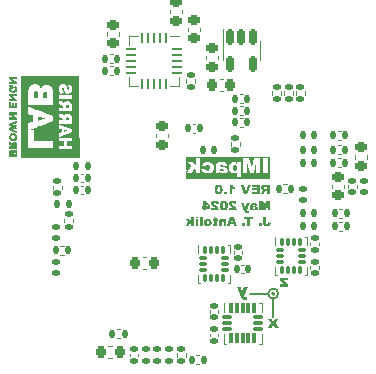
<source format=gbr>
%TF.GenerationSoftware,KiCad,Pcbnew,8.0.4*%
%TF.CreationDate,2024-12-05T11:14:02-05:00*%
%TF.ProjectId,IMpack,494d7061-636b-42e6-9b69-6361645f7063,rev?*%
%TF.SameCoordinates,Original*%
%TF.FileFunction,Legend,Bot*%
%TF.FilePolarity,Positive*%
%FSLAX46Y46*%
G04 Gerber Fmt 4.6, Leading zero omitted, Abs format (unit mm)*
G04 Created by KiCad (PCBNEW 8.0.4) date 2024-12-05 11:14:02*
%MOMM*%
%LPD*%
G01*
G04 APERTURE LIST*
G04 Aperture macros list*
%AMRoundRect*
0 Rectangle with rounded corners*
0 $1 Rounding radius*
0 $2 $3 $4 $5 $6 $7 $8 $9 X,Y pos of 4 corners*
0 Add a 4 corners polygon primitive as box body*
4,1,4,$2,$3,$4,$5,$6,$7,$8,$9,$2,$3,0*
0 Add four circle primitives for the rounded corners*
1,1,$1+$1,$2,$3*
1,1,$1+$1,$4,$5*
1,1,$1+$1,$6,$7*
1,1,$1+$1,$8,$9*
0 Add four rect primitives between the rounded corners*
20,1,$1+$1,$2,$3,$4,$5,0*
20,1,$1+$1,$4,$5,$6,$7,0*
20,1,$1+$1,$6,$7,$8,$9,0*
20,1,$1+$1,$8,$9,$2,$3,0*%
%AMFreePoly0*
4,1,288,-10.746393,17.152804,-10.619479,17.114421,-10.619480,17.114421,-9.851444,16.755480,-9.100467,16.362094,-8.670236,16.111240,-8.641224,16.098534,-8.641224,16.098533,-8.592336,16.065819,-8.368095,15.935071,-7.655832,15.475290,-6.965142,14.983695,-6.297446,14.461297,-5.654115,13.909170,-5.036473,13.328450,-4.445789,12.720329,-3.883278,12.086059,-3.350096,11.426942,-2.847339,10.744335,-2.376040,10.039640,
-2.067886,9.530344,-2.057458,9.514761,-2.057457,9.514762,-2.054834,9.508774,-1.937169,9.314305,-1.531627,8.569823,-1.160249,7.807723,-0.823798,7.029572,-0.522965,6.236971,-0.258369,5.431547,-0.030554,4.614958,0.160012,3.788881,0.312937,2.955016,0.427907,2.115076,0.504685,1.270787,0.543114,0.423886,0.543114,-0.423886,0.504685,-1.270787,0.427907,-2.115076,0.312937,-2.955016,
0.160012,-3.788881,-0.030554,-4.614958,-0.258369,-5.431547,-0.522965,-6.236971,-0.823798,-7.029572,-1.160249,-7.807723,-1.531627,-8.569823,-1.937169,-9.314305,-2.054889,-9.508865,-2.057469,-9.514755,-2.057470,-9.514754,-2.067728,-9.530084,-2.376040,-10.039640,-2.847339,-10.744335,-3.350096,-11.426942,-3.883278,-12.086059,-4.445789,-12.720329,-5.036473,-13.328450,-5.654115,-13.909170,-6.297446,-14.461297,
-6.965142,-14.983695,-7.655832,-15.475290,-8.368095,-15.935071,-8.592373,-16.065840,-8.641226,-16.098531,-8.670211,-16.111225,-9.100467,-16.362094,-9.851444,-16.755480,-10.619480,-17.114421,-10.619479,-17.114421,-10.746393,-17.152804,-10.878804,-17.159699,-11.009017,-17.134705,-11.129465,-17.079276,-11.233148,-16.996632,-11.314041,-16.891576,-11.367441,-16.770215,-11.390246,-16.639600,-11.381130,-16.507324,-11.340623,-16.381072,
-11.271079,-16.268184,-11.176540,-16.175218,-11.062501,-16.107579,-11.062501,-16.107578,-10.689941,-15.943637,-9.960769,-15.581673,-9.249112,-15.186383,-9.234481,-15.177346,-9.200754,-15.151469,-9.200754,-15.151468,-9.096444,-15.089842,-8.905697,-14.940412,-8.736086,-14.767364,-8.590513,-14.573657,-8.471469,-14.362607,-8.380991,-14.137824,-8.320627,-13.903154,-8.291410,-13.662613,-8.293840,-13.420316,-8.327875,-13.180409,
-8.392933,-12.946997,-8.487900,-12.724074,-8.549526,-12.619763,-8.602717,-12.498310,-8.625297,-12.367657,-8.615954,-12.235396,-8.575230,-12.109215,-8.505492,-11.996446,-8.410793,-11.903643,-8.296637,-11.836200,-8.169657,-11.798036,-8.037235,-11.791369,-7.907065,-11.816587,-7.786712,-11.872224,-7.683171,-11.955046,-7.602460,-12.060241,-7.450503,-12.353896,-7.332379,-12.662719,-7.249576,-12.982825,-7.203134,-13.310190,
-7.195934,-13.560702,-7.155990,-13.549999,-7.080989,-13.570095,-7.026085,-13.625000,-7.023487,-13.634692,-6.607446,-13.289902,-6.005334,-12.742022,-5.429197,-12.166891,-4.880268,-11.565736,-4.520196,-11.132796,-4.530992,-11.129904,-4.585896,-11.075000,-4.605992,-10.999999,-4.595288,-10.960053,-4.845802,-10.952856,-5.173166,-10.906415,-5.493272,-10.823612,-5.802095,-10.705489,-6.095750,-10.553533,-6.095751,-10.553533,
-6.200945,-10.472822,-6.283768,-10.369282,-6.339405,-10.248929,-6.364623,-10.118759,-6.357956,-9.986336,-6.319792,-9.859357,-6.252349,-9.745201,-6.159547,-9.650502,-6.046778,-9.580764,-5.920597,-9.540039,-5.788336,-9.530696,-5.657683,-9.553275,-5.536229,-9.606467,-5.536229,-9.606466,-5.431919,-9.668091,-5.208996,-9.763058,-4.975584,-9.828115,-4.735678,-9.862149,-4.493382,-9.864578,-4.252842,-9.835361,
-4.018173,-9.774996,-3.793391,-9.684518,-3.582342,-9.565473,-3.388636,-9.419900,-3.215590,-9.250289,-3.066162,-9.059541,-3.004536,-8.955231,-3.004535,-8.955231,-2.968551,-8.908332,-2.582646,-8.216419,-2.219410,-7.487880,-1.890246,-6.743326,-1.595858,-5.984349,-1.336876,-5.212573,-1.113854,-4.429648,-0.927269,-3.637249,-0.777519,-2.837071,-0.664926,-2.030824,-0.589730,-1.220235,-0.552092,-0.407035,
-0.552092,0.407035,-0.589730,1.220235,-0.664926,2.030824,-0.777519,2.837071,-0.927269,3.637249,-1.113854,4.429648,-1.336876,5.212573,-1.595858,5.984349,-1.890246,6.743326,-2.219410,7.487880,-2.582646,8.216419,-2.968599,8.908417,-3.004523,8.955238,-3.066150,9.059549,-3.215579,9.250298,-3.388627,9.419910,-3.582334,9.565485,-3.793385,9.684530,-4.018169,9.775009,-4.252839,9.835374,
-4.493381,9.864592,-4.735679,9.862163,-4.975588,9.828129,-5.209001,9.763072,-5.431926,9.668104,-5.536237,9.606478,-5.657690,9.553287,-5.788344,9.530708,-5.920604,9.540052,-6.046786,9.580776,-6.159554,9.650514,-6.252357,9.745213,-6.319799,9.859370,-6.357963,9.986349,-6.364630,10.118771,-6.339412,10.248942,-6.283775,10.369294,-6.200952,10.472835,-6.095757,10.553546,-5.802101,10.705503,
-5.493276,10.823626,-5.173169,10.906429,-4.845803,10.952870,-4.595292,10.960067,-4.605992,10.999999,-4.585896,11.074999,-4.530991,11.129904,-4.520196,11.132796,-4.880268,11.565736,-5.429197,12.166891,-6.005334,12.742022,-6.607446,13.289902,-7.023487,13.634692,-7.026085,13.624999,-7.080989,13.570095,-7.155990,13.549999,-7.195931,13.560701,-7.203131,13.310189,-7.249573,12.982824,-7.332377,12.662717,
-7.450500,12.353894,-7.602458,12.060239,-7.602457,12.060238,-7.683168,11.955044,-7.786709,11.872222,-7.907062,11.816585,-8.037232,11.791367,-8.169655,11.798034,-8.296634,11.836198,-8.410790,11.903641,-8.505489,11.996444,-8.575227,12.109213,-8.615951,12.235394,-8.625294,12.367655,-8.602714,12.498308,-8.549523,12.619762,-8.549524,12.619762,-8.487898,12.724073,-8.392930,12.946996,-8.327872,13.180409,
-8.293837,13.420316,-8.291407,13.662613,-8.320624,13.903154,-8.380988,14.137824,-8.471466,14.362608,-8.590510,14.573658,-8.736083,14.767365,-8.905695,14.940413,-9.096442,15.089843,-9.200752,15.151470,-9.234464,15.177336,-9.249112,15.186383,-9.960769,15.581673,-10.689941,15.943637,-11.062501,16.107578,-11.062501,16.107579,-11.176540,16.175218,-11.271079,16.268184,-11.340623,16.381072,-11.381130,16.507324,
-11.390246,16.639600,-11.367441,16.770215,-11.314041,16.891576,-11.233148,16.996632,-11.129465,17.079276,-11.009017,17.134705,-10.878804,17.159699,-10.746393,17.152804,-10.746393,17.152804,$1*%
G04 Aperture macros list end*
%ADD10C,0.150000*%
%ADD11C,0.200000*%
%ADD12C,0.120000*%
%ADD13C,0.000000*%
%ADD14C,4.400000*%
%ADD15C,0.990600*%
%ADD16O,1.070000X1.900000*%
%ADD17C,1.300000*%
%ADD18RoundRect,0.147500X0.147500X0.172500X-0.147500X0.172500X-0.147500X-0.172500X0.147500X-0.172500X0*%
%ADD19RoundRect,0.135000X0.135000X0.185000X-0.135000X0.185000X-0.135000X-0.185000X0.135000X-0.185000X0*%
%ADD20RoundRect,0.150000X-0.150000X0.512500X-0.150000X-0.512500X0.150000X-0.512500X0.150000X0.512500X0*%
%ADD21RoundRect,0.140000X-0.170000X0.140000X-0.170000X-0.140000X0.170000X-0.140000X0.170000X0.140000X0*%
%ADD22RoundRect,0.225000X-0.250000X0.225000X-0.250000X-0.225000X0.250000X-0.225000X0.250000X0.225000X0*%
%ADD23RoundRect,0.218750X-0.218750X-0.256250X0.218750X-0.256250X0.218750X0.256250X-0.218750X0.256250X0*%
%ADD24RoundRect,0.135000X0.185000X-0.135000X0.185000X0.135000X-0.185000X0.135000X-0.185000X-0.135000X0*%
%ADD25RoundRect,0.147500X-0.172500X0.147500X-0.172500X-0.147500X0.172500X-0.147500X0.172500X0.147500X0*%
%ADD26RoundRect,0.135000X-0.135000X-0.185000X0.135000X-0.185000X0.135000X0.185000X-0.135000X0.185000X0*%
%ADD27RoundRect,0.140000X0.140000X0.170000X-0.140000X0.170000X-0.140000X-0.170000X0.140000X-0.170000X0*%
%ADD28RoundRect,0.140000X-0.140000X-0.170000X0.140000X-0.170000X0.140000X0.170000X-0.140000X0.170000X0*%
%ADD29RoundRect,0.087500X-0.087500X0.225000X-0.087500X-0.225000X0.087500X-0.225000X0.087500X0.225000X0*%
%ADD30RoundRect,0.087500X-0.225000X0.087500X-0.225000X-0.087500X0.225000X-0.087500X0.225000X0.087500X0*%
%ADD31RoundRect,0.218750X-0.256250X0.218750X-0.256250X-0.218750X0.256250X-0.218750X0.256250X0.218750X0*%
%ADD32RoundRect,0.135000X-0.185000X0.135000X-0.185000X-0.135000X0.185000X-0.135000X0.185000X0.135000X0*%
%ADD33RoundRect,0.225000X0.225000X0.250000X-0.225000X0.250000X-0.225000X-0.250000X0.225000X-0.250000X0*%
%ADD34FreePoly0,180.000000*%
%ADD35RoundRect,0.147500X-0.147500X-0.172500X0.147500X-0.172500X0.147500X0.172500X-0.147500X0.172500X0*%
%ADD36RoundRect,0.075000X-0.075000X0.387500X-0.075000X-0.387500X0.075000X-0.387500X0.075000X0.387500X0*%
%ADD37RoundRect,0.075000X-0.325000X0.075000X-0.325000X-0.075000X0.325000X-0.075000X0.325000X0.075000X0*%
%ADD38FreePoly0,0.000000*%
%ADD39RoundRect,0.062500X0.350000X0.062500X-0.350000X0.062500X-0.350000X-0.062500X0.350000X-0.062500X0*%
%ADD40RoundRect,0.062500X0.062500X0.350000X-0.062500X0.350000X-0.062500X-0.350000X0.062500X-0.350000X0*%
%ADD41R,2.500000X2.500000*%
%ADD42RoundRect,0.140000X0.170000X-0.140000X0.170000X0.140000X-0.170000X0.140000X-0.170000X-0.140000X0*%
%ADD43RoundRect,0.225000X0.250000X-0.225000X0.250000X0.225000X-0.250000X0.225000X-0.250000X-0.225000X0*%
G04 APERTURE END LIST*
D10*
X107400000Y-110612132D02*
X107400000Y-112187868D01*
D11*
X107500000Y-110187868D02*
G75*
G02*
X107300000Y-110187868I-100000J0D01*
G01*
X107300000Y-110187868D02*
G75*
G02*
X107500000Y-110187868I100000J0D01*
G01*
D10*
X107824264Y-110187868D02*
G75*
G02*
X106975736Y-110187868I-424264J0D01*
G01*
X106975736Y-110187868D02*
G75*
G02*
X107824264Y-110187868I424264J0D01*
G01*
X106975736Y-110187868D02*
X105400000Y-110187868D01*
G36*
X107114221Y-101776000D02*
G01*
X106864312Y-101776000D01*
X106864312Y-101450863D01*
X106842233Y-101450863D01*
X106817723Y-101453474D01*
X106781270Y-101469426D01*
X106757275Y-101495983D01*
X106736133Y-101531170D01*
X106603265Y-101776000D01*
X106321898Y-101776000D01*
X106442260Y-101546020D01*
X106453283Y-101527620D01*
X106477236Y-101495609D01*
X106489460Y-101480612D01*
X106516901Y-101452622D01*
X106543279Y-101437723D01*
X106581772Y-101422727D01*
X106571575Y-101420324D01*
X106532191Y-101408561D01*
X106494431Y-101391073D01*
X106470764Y-101374892D01*
X106440300Y-101346361D01*
X106415882Y-101312720D01*
X106399529Y-101277369D01*
X106389964Y-101237678D01*
X106388603Y-101218344D01*
X106637264Y-101218344D01*
X106637814Y-101227957D01*
X106652896Y-101264848D01*
X106658005Y-101270765D01*
X106693342Y-101289859D01*
X106718316Y-101295148D01*
X106759385Y-101300801D01*
X106864312Y-101300801D01*
X106864312Y-101138233D01*
X106754891Y-101138233D01*
X106742488Y-101138415D01*
X106700535Y-101142784D01*
X106662079Y-101158944D01*
X106646012Y-101178739D01*
X106637264Y-101218344D01*
X106388603Y-101218344D01*
X106387159Y-101197828D01*
X106387489Y-101183707D01*
X106392435Y-101143798D01*
X106404891Y-101103769D01*
X106424675Y-101068281D01*
X106450309Y-101038243D01*
X106483840Y-101012827D01*
X106522958Y-100995399D01*
X106530792Y-100993010D01*
X106571312Y-100984164D01*
X106614571Y-100978922D01*
X106658012Y-100976358D01*
X106699399Y-100975665D01*
X107114221Y-100975665D01*
X107114221Y-101776000D01*
G37*
G36*
X106247452Y-100975665D02*
G01*
X105580376Y-100975665D01*
X105580376Y-101163243D01*
X105997934Y-101163243D01*
X105997934Y-101275790D01*
X105610467Y-101275790D01*
X105610467Y-101438358D01*
X105997934Y-101438358D01*
X105997934Y-101588421D01*
X105568262Y-101588421D01*
X105568262Y-101776000D01*
X106247452Y-101776000D01*
X106247452Y-100975665D01*
G37*
G36*
X105518436Y-100975665D02*
G01*
X105257976Y-100975665D01*
X105076650Y-101551687D01*
X104898060Y-100975665D01*
X104645219Y-100975665D01*
X104944173Y-101776000D01*
X105214012Y-101776000D01*
X105518436Y-100975665D01*
G37*
G36*
X103723545Y-100963159D02*
G01*
X103723545Y-101776000D01*
X103950006Y-101776000D01*
X103950006Y-101243745D01*
X103983979Y-101268784D01*
X104017265Y-101290655D01*
X104053086Y-101311055D01*
X104056301Y-101312720D01*
X104094701Y-101330601D01*
X104134940Y-101346415D01*
X104175495Y-101360290D01*
X104185066Y-101363327D01*
X104185066Y-101175748D01*
X104144001Y-101161678D01*
X104106536Y-101146577D01*
X104067375Y-101127656D01*
X104033115Y-101107334D01*
X104007648Y-101088798D01*
X103977801Y-101061821D01*
X103951374Y-101031889D01*
X103928367Y-100999002D01*
X103908778Y-100963159D01*
X103723545Y-100963159D01*
G37*
G36*
X103462302Y-101550905D02*
G01*
X103223335Y-101550905D01*
X103223335Y-101776000D01*
X103462302Y-101776000D01*
X103462302Y-101550905D01*
G37*
G36*
X102797673Y-100963515D02*
G01*
X102837277Y-100966360D01*
X102882987Y-100973919D01*
X102924480Y-100985923D01*
X102961755Y-101002373D01*
X102994814Y-101023269D01*
X103028918Y-101054213D01*
X103048289Y-101079062D01*
X103068872Y-101116125D01*
X103085418Y-101159856D01*
X103095750Y-101199644D01*
X103103498Y-101243699D01*
X103108664Y-101292022D01*
X103110843Y-101331066D01*
X103111570Y-101372510D01*
X103111554Y-101378283D01*
X103110556Y-101417817D01*
X103107515Y-101461122D01*
X103102447Y-101502423D01*
X103095352Y-101541722D01*
X103094326Y-101546465D01*
X103083956Y-101586323D01*
X103070042Y-101624627D01*
X103050020Y-101662280D01*
X103036950Y-101680911D01*
X103010633Y-101710793D01*
X102980731Y-101735976D01*
X102947243Y-101756460D01*
X102943285Y-101758432D01*
X102904245Y-101773359D01*
X102864378Y-101782371D01*
X102825508Y-101786971D01*
X102782916Y-101788505D01*
X102760669Y-101788112D01*
X102718684Y-101784967D01*
X102670907Y-101776614D01*
X102628360Y-101763348D01*
X102591040Y-101745168D01*
X102558949Y-101722074D01*
X102527341Y-101687877D01*
X102514071Y-101667949D01*
X102494856Y-101630187D01*
X102479267Y-101586738D01*
X102469406Y-101547885D01*
X102461865Y-101505393D01*
X102456644Y-101459262D01*
X102453744Y-101409491D01*
X102453274Y-101380912D01*
X102675645Y-101380912D01*
X102675936Y-101413342D01*
X102677321Y-101454048D01*
X102680778Y-101498333D01*
X102687564Y-101540159D01*
X102688310Y-101543319D01*
X102701474Y-101581958D01*
X102724298Y-101614799D01*
X102744320Y-101629206D01*
X102783307Y-101638442D01*
X102801859Y-101636484D01*
X102838415Y-101616689D01*
X102862247Y-101582755D01*
X102875376Y-101543811D01*
X102882616Y-101502985D01*
X102886754Y-101460654D01*
X102888743Y-101420204D01*
X102889406Y-101375050D01*
X102888805Y-101330347D01*
X102887002Y-101290271D01*
X102883251Y-101248288D01*
X102876688Y-101207730D01*
X102864787Y-101168909D01*
X102854403Y-101149984D01*
X102824504Y-101122413D01*
X102784480Y-101113222D01*
X102761938Y-101115840D01*
X102727021Y-101134593D01*
X102702805Y-101167933D01*
X102689676Y-101206820D01*
X102682435Y-101248435D01*
X102678297Y-101292023D01*
X102676308Y-101333930D01*
X102675645Y-101380912D01*
X102453274Y-101380912D01*
X102453091Y-101369775D01*
X102453442Y-101345665D01*
X102455746Y-101304046D01*
X102460201Y-101263156D01*
X102466806Y-101222995D01*
X102475561Y-101183564D01*
X102477032Y-101177772D01*
X102488995Y-101139747D01*
X102506238Y-101101694D01*
X102507436Y-101099499D01*
X102530346Y-101065262D01*
X102558213Y-101034674D01*
X102573510Y-101021319D01*
X102606878Y-100999594D01*
X102643405Y-100983090D01*
X102653443Y-100979528D01*
X102694626Y-100969465D01*
X102733440Y-100964736D01*
X102776859Y-100963159D01*
X102797673Y-100963515D01*
G37*
G36*
X107120279Y-102319665D02*
G01*
X106792798Y-102319665D01*
X106666378Y-102804633D01*
X106540544Y-102319665D01*
X106214040Y-102319665D01*
X106214040Y-103120000D01*
X106417445Y-103120000D01*
X106417445Y-102505680D01*
X106575129Y-103120000D01*
X106759190Y-103120000D01*
X106916482Y-102505680D01*
X106916482Y-103120000D01*
X107120279Y-103120000D01*
X107120279Y-102319665D01*
G37*
G36*
X105818468Y-102520567D02*
G01*
X105858777Y-102523794D01*
X105900432Y-102530104D01*
X105910339Y-102532123D01*
X105948548Y-102542658D01*
X105985038Y-102559609D01*
X105992921Y-102564604D01*
X106025031Y-102590185D01*
X106050886Y-102621744D01*
X106061559Y-102641284D01*
X106076090Y-102680120D01*
X106085666Y-102719832D01*
X105871905Y-102744842D01*
X105861823Y-102719726D01*
X105837320Y-102688960D01*
X105833769Y-102686641D01*
X105794960Y-102672971D01*
X105754863Y-102669811D01*
X105732739Y-102671140D01*
X105694877Y-102686615D01*
X105683257Y-102705935D01*
X105677878Y-102744842D01*
X105680487Y-102745826D01*
X105718569Y-102759155D01*
X105757013Y-102770439D01*
X105793130Y-102778887D01*
X105832535Y-102787207D01*
X105876091Y-102795989D01*
X105920167Y-102804633D01*
X105951400Y-102811438D01*
X105989694Y-102822695D01*
X106029613Y-102840136D01*
X106064173Y-102865987D01*
X106083063Y-102890971D01*
X106098634Y-102929860D01*
X106103251Y-102971109D01*
X106103040Y-102979572D01*
X106095640Y-103019323D01*
X106077669Y-103054799D01*
X106049127Y-103086001D01*
X106014695Y-103108481D01*
X105977393Y-103122287D01*
X105933789Y-103130279D01*
X105890467Y-103132505D01*
X105875908Y-103132292D01*
X105834248Y-103129098D01*
X105791514Y-103121053D01*
X105752519Y-103108276D01*
X105728072Y-103096043D01*
X105695333Y-103073819D01*
X105665177Y-103047508D01*
X105657557Y-103085219D01*
X105640949Y-103120000D01*
X105431095Y-103120000D01*
X105440884Y-103098441D01*
X105453956Y-103060013D01*
X105457429Y-103036056D01*
X105459036Y-102995143D01*
X105459036Y-102889630D01*
X105677878Y-102889630D01*
X105679195Y-102911928D01*
X105691360Y-102951179D01*
X105704110Y-102967775D01*
X105737083Y-102991039D01*
X105766131Y-103002259D01*
X105806448Y-103007452D01*
X105823239Y-103006512D01*
X105860572Y-102992407D01*
X105863854Y-102989474D01*
X105878939Y-102953328D01*
X105878866Y-102950732D01*
X105860181Y-102916008D01*
X105851674Y-102910052D01*
X105814961Y-102894983D01*
X105774012Y-102883768D01*
X105755392Y-102879328D01*
X105715990Y-102868907D01*
X105677878Y-102857390D01*
X105677878Y-102889630D01*
X105459036Y-102889630D01*
X105459036Y-102735854D01*
X105459182Y-102728051D01*
X105464292Y-102687955D01*
X105475645Y-102648904D01*
X105476683Y-102646067D01*
X105495087Y-102608408D01*
X105520586Y-102578367D01*
X105545070Y-102560091D01*
X105582764Y-102541782D01*
X105622386Y-102531081D01*
X105655347Y-102526123D01*
X105698354Y-102522238D01*
X105741850Y-102520291D01*
X105783977Y-102519748D01*
X105818468Y-102520567D01*
G37*
G36*
X105394166Y-102532254D02*
G01*
X105157934Y-102532254D01*
X105037571Y-102923628D01*
X104926001Y-102532254D01*
X104705596Y-102532254D01*
X104936943Y-103160251D01*
X104951865Y-103197892D01*
X104969397Y-103235643D01*
X104989592Y-103270659D01*
X105015078Y-103302235D01*
X105017641Y-103304647D01*
X105050650Y-103327814D01*
X105091256Y-103344361D01*
X105133016Y-103353410D01*
X105173440Y-103357134D01*
X105195254Y-103357599D01*
X105234692Y-103356075D01*
X105276267Y-103352561D01*
X105320255Y-103347725D01*
X105344731Y-103344703D01*
X105362316Y-103191318D01*
X105321265Y-103201819D01*
X105280109Y-103206760D01*
X105254654Y-103207536D01*
X105214853Y-103201725D01*
X105190565Y-103189169D01*
X105164179Y-103157094D01*
X105149141Y-103123321D01*
X105394166Y-102532254D01*
G37*
G36*
X103638157Y-103120000D02*
G01*
X104309727Y-103120000D01*
X104302440Y-103076545D01*
X104290664Y-103034231D01*
X104274401Y-102993058D01*
X104253649Y-102953026D01*
X104239776Y-102930662D01*
X104214195Y-102896327D01*
X104187378Y-102866193D01*
X104155561Y-102834675D01*
X104126509Y-102808465D01*
X104094256Y-102781369D01*
X104058804Y-102753388D01*
X104020153Y-102724521D01*
X103985724Y-102698780D01*
X103951877Y-102671839D01*
X103921530Y-102645125D01*
X103894319Y-102615491D01*
X103874544Y-102581362D01*
X103866769Y-102544759D01*
X103876343Y-102505390D01*
X103893928Y-102482819D01*
X103928934Y-102462121D01*
X103962316Y-102457222D01*
X104001346Y-102464159D01*
X104032463Y-102484968D01*
X104054018Y-102520070D01*
X104065637Y-102561506D01*
X104069002Y-102582274D01*
X104293314Y-102563712D01*
X104286454Y-102524414D01*
X104276049Y-102484380D01*
X104261074Y-102445560D01*
X104244856Y-102416580D01*
X104220070Y-102385909D01*
X104189673Y-102360084D01*
X104153666Y-102339106D01*
X104145792Y-102335491D01*
X104105846Y-102321796D01*
X104063800Y-102313385D01*
X104021960Y-102308930D01*
X103982347Y-102307270D01*
X103968374Y-102307159D01*
X103925958Y-102308094D01*
X103881126Y-102311545D01*
X103841306Y-102317540D01*
X103801934Y-102327505D01*
X103784703Y-102333733D01*
X103746315Y-102352986D01*
X103713460Y-102377773D01*
X103686139Y-102408093D01*
X103681339Y-102414822D01*
X103661453Y-102450313D01*
X103648931Y-102488400D01*
X103643776Y-102529081D01*
X103643628Y-102537529D01*
X103647044Y-102577591D01*
X103657291Y-102616664D01*
X103674370Y-102654747D01*
X103686810Y-102675478D01*
X103712810Y-102709207D01*
X103742793Y-102740043D01*
X103773865Y-102767457D01*
X103809897Y-102795777D01*
X103843712Y-102820069D01*
X103878201Y-102843719D01*
X103910741Y-102866704D01*
X103934180Y-102884354D01*
X103963988Y-102910160D01*
X103987718Y-102932421D01*
X103638157Y-102932421D01*
X103638157Y-103120000D01*
G37*
G36*
X103233012Y-102307515D02*
G01*
X103272616Y-102310360D01*
X103318325Y-102317919D01*
X103359818Y-102329923D01*
X103397094Y-102346373D01*
X103430152Y-102367269D01*
X103464256Y-102398213D01*
X103483628Y-102423062D01*
X103504210Y-102460125D01*
X103520757Y-102503856D01*
X103531088Y-102543644D01*
X103538837Y-102587699D01*
X103544002Y-102636022D01*
X103546182Y-102675066D01*
X103546908Y-102716510D01*
X103546892Y-102722283D01*
X103545894Y-102761817D01*
X103542854Y-102805122D01*
X103537786Y-102846423D01*
X103530690Y-102885722D01*
X103529664Y-102890465D01*
X103519295Y-102930323D01*
X103505381Y-102968627D01*
X103485359Y-103006280D01*
X103472288Y-103024911D01*
X103445972Y-103054793D01*
X103416069Y-103079976D01*
X103382581Y-103100460D01*
X103378623Y-103102432D01*
X103339583Y-103117359D01*
X103299717Y-103126371D01*
X103260846Y-103130971D01*
X103218255Y-103132505D01*
X103196007Y-103132112D01*
X103154022Y-103128967D01*
X103106246Y-103120614D01*
X103063698Y-103107348D01*
X103026378Y-103089168D01*
X102994287Y-103066074D01*
X102962679Y-103031877D01*
X102949410Y-103011949D01*
X102930195Y-102974187D01*
X102914605Y-102930738D01*
X102904744Y-102891885D01*
X102897203Y-102849393D01*
X102891982Y-102803262D01*
X102889082Y-102753491D01*
X102888612Y-102724912D01*
X103110983Y-102724912D01*
X103111274Y-102757342D01*
X103112660Y-102798048D01*
X103116117Y-102842333D01*
X103122903Y-102884159D01*
X103123648Y-102887319D01*
X103136813Y-102925958D01*
X103159637Y-102958799D01*
X103179658Y-102973206D01*
X103218646Y-102982442D01*
X103237197Y-102980484D01*
X103273753Y-102960689D01*
X103297585Y-102926755D01*
X103310714Y-102887811D01*
X103317955Y-102846985D01*
X103322092Y-102804654D01*
X103324082Y-102764204D01*
X103324745Y-102719050D01*
X103324144Y-102674347D01*
X103322341Y-102634271D01*
X103318590Y-102592288D01*
X103312026Y-102551730D01*
X103300125Y-102512909D01*
X103289741Y-102493984D01*
X103259842Y-102466413D01*
X103219818Y-102457222D01*
X103197277Y-102459840D01*
X103162360Y-102478593D01*
X103138143Y-102511933D01*
X103125014Y-102550820D01*
X103117773Y-102592435D01*
X103113636Y-102636023D01*
X103111647Y-102677930D01*
X103110983Y-102724912D01*
X102888612Y-102724912D01*
X102888429Y-102713775D01*
X102888780Y-102689665D01*
X102891085Y-102648046D01*
X102895539Y-102607156D01*
X102902144Y-102566995D01*
X102910900Y-102527564D01*
X102912371Y-102521772D01*
X102924333Y-102483747D01*
X102941577Y-102445694D01*
X102942775Y-102443499D01*
X102965685Y-102409262D01*
X102993551Y-102378674D01*
X103008848Y-102365319D01*
X103042217Y-102343594D01*
X103078743Y-102327090D01*
X103088781Y-102323528D01*
X103129965Y-102313465D01*
X103168778Y-102308736D01*
X103212198Y-102307159D01*
X103233012Y-102307515D01*
G37*
G36*
X102145345Y-103120000D02*
G01*
X102816915Y-103120000D01*
X102809627Y-103076545D01*
X102797852Y-103034231D01*
X102781588Y-102993058D01*
X102760837Y-102953026D01*
X102746964Y-102930662D01*
X102721383Y-102896327D01*
X102694565Y-102866193D01*
X102662749Y-102834675D01*
X102633696Y-102808465D01*
X102601444Y-102781369D01*
X102565992Y-102753388D01*
X102527341Y-102724521D01*
X102492912Y-102698780D01*
X102459065Y-102671839D01*
X102428718Y-102645125D01*
X102401507Y-102615491D01*
X102381732Y-102581362D01*
X102373956Y-102544759D01*
X102383531Y-102505390D01*
X102401116Y-102482819D01*
X102436122Y-102462121D01*
X102469504Y-102457222D01*
X102508534Y-102464159D01*
X102539651Y-102484968D01*
X102561206Y-102520070D01*
X102572824Y-102561506D01*
X102576189Y-102582274D01*
X102800502Y-102563712D01*
X102793642Y-102524414D01*
X102783237Y-102484380D01*
X102768262Y-102445560D01*
X102752044Y-102416580D01*
X102727257Y-102385909D01*
X102696861Y-102360084D01*
X102660854Y-102339106D01*
X102652979Y-102335491D01*
X102613034Y-102321796D01*
X102570988Y-102313385D01*
X102529148Y-102308930D01*
X102489535Y-102307270D01*
X102475561Y-102307159D01*
X102433145Y-102308094D01*
X102388314Y-102311545D01*
X102348494Y-102317540D01*
X102309122Y-102327505D01*
X102291891Y-102333733D01*
X102253503Y-102352986D01*
X102220648Y-102377773D01*
X102193327Y-102408093D01*
X102188527Y-102414822D01*
X102168640Y-102450313D01*
X102156119Y-102488400D01*
X102150963Y-102529081D01*
X102150816Y-102537529D01*
X102154232Y-102577591D01*
X102164479Y-102616664D01*
X102181558Y-102654747D01*
X102193998Y-102675478D01*
X102219998Y-102709207D01*
X102249980Y-102740043D01*
X102281053Y-102767457D01*
X102317084Y-102795777D01*
X102350900Y-102820069D01*
X102385389Y-102843719D01*
X102417929Y-102866704D01*
X102441367Y-102884354D01*
X102471176Y-102910160D01*
X102494905Y-102932421D01*
X102145345Y-102932421D01*
X102145345Y-103120000D01*
G37*
G36*
X102077152Y-102796622D02*
G01*
X102077152Y-102982442D01*
X101669364Y-102982442D01*
X101669364Y-103120000D01*
X101474361Y-103120000D01*
X101474361Y-102982442D01*
X101373147Y-102982442D01*
X101373147Y-102794863D01*
X101474361Y-102794863D01*
X101669364Y-102794863D01*
X101884689Y-102794863D01*
X101669364Y-102542609D01*
X101669364Y-102794863D01*
X101474361Y-102794863D01*
X101474361Y-102307159D01*
X101669364Y-102307159D01*
X102077152Y-102796622D01*
G37*
G36*
X106782247Y-103663665D02*
G01*
X106532923Y-103663665D01*
X106532923Y-104097831D01*
X106533520Y-104138980D01*
X106535810Y-104184153D01*
X106539817Y-104224737D01*
X106546662Y-104266285D01*
X106557348Y-104306121D01*
X106575012Y-104344522D01*
X106600528Y-104379492D01*
X106629801Y-104407696D01*
X106655826Y-104427070D01*
X106690131Y-104446332D01*
X106728419Y-104460863D01*
X106770690Y-104470663D01*
X106810093Y-104475298D01*
X106845163Y-104476505D01*
X106888955Y-104475364D01*
X106928887Y-104471943D01*
X106970594Y-104465070D01*
X107011825Y-104453413D01*
X107034110Y-104444069D01*
X107069398Y-104423460D01*
X107099863Y-104398120D01*
X107125506Y-104368052D01*
X107137669Y-104349303D01*
X107155857Y-104311798D01*
X107168054Y-104274542D01*
X107176514Y-104233598D01*
X107180851Y-104194746D01*
X106942861Y-104163874D01*
X106940777Y-104203315D01*
X106933482Y-104239296D01*
X106911196Y-104272923D01*
X106903782Y-104278961D01*
X106864777Y-104288916D01*
X106863140Y-104288926D01*
X106824999Y-104280268D01*
X106801786Y-104258249D01*
X106787761Y-104220216D01*
X106782933Y-104180537D01*
X106782247Y-104154690D01*
X106782247Y-103663665D01*
G37*
G36*
X106414319Y-104238905D02*
G01*
X106175352Y-104238905D01*
X106175352Y-104464000D01*
X106414319Y-104464000D01*
X106414319Y-104238905D01*
G37*
G36*
X105710314Y-103663665D02*
G01*
X104953551Y-103663665D01*
X104953551Y-103851243D01*
X105207369Y-103851243D01*
X105207369Y-104464000D01*
X105456301Y-104464000D01*
X105456301Y-103851243D01*
X105710314Y-103851243D01*
X105710314Y-103663665D01*
G37*
G36*
X105030928Y-104238905D02*
G01*
X104791960Y-104238905D01*
X104791960Y-104464000D01*
X105030928Y-104464000D01*
X105030928Y-104238905D01*
G37*
G36*
X104351542Y-104464000D02*
G01*
X104097138Y-104464000D01*
X104058060Y-104326442D01*
X103774542Y-104326442D01*
X103735073Y-104464000D01*
X103474612Y-104464000D01*
X103592841Y-104151369D01*
X103826713Y-104151369D01*
X104004326Y-104151369D01*
X103915812Y-103868047D01*
X103826713Y-104151369D01*
X103592841Y-104151369D01*
X103777278Y-103663665D01*
X104048876Y-103663665D01*
X104351542Y-104464000D01*
G37*
G36*
X103414431Y-103876254D02*
G01*
X103206140Y-103876254D01*
X103206140Y-103971606D01*
X103179795Y-103941590D01*
X103150341Y-103914403D01*
X103117721Y-103891990D01*
X103111765Y-103888759D01*
X103072921Y-103873518D01*
X103032149Y-103865727D01*
X102995115Y-103863748D01*
X102951236Y-103867229D01*
X102912414Y-103877670D01*
X102874782Y-103897737D01*
X102849937Y-103919436D01*
X102824529Y-103955441D01*
X102808925Y-103995491D01*
X102800661Y-104036745D01*
X102797581Y-104076720D01*
X102797376Y-104090992D01*
X102797376Y-104464000D01*
X103022079Y-104464000D01*
X103022079Y-104140231D01*
X103025433Y-104100529D01*
X103041150Y-104063339D01*
X103042400Y-104061878D01*
X103076140Y-104041546D01*
X103099455Y-104038822D01*
X103138336Y-104047590D01*
X103165498Y-104069889D01*
X103182729Y-104106498D01*
X103189498Y-104148486D01*
X103190704Y-104181264D01*
X103190704Y-104464000D01*
X103414431Y-104464000D01*
X103414431Y-103876254D01*
G37*
G36*
X102398185Y-103663665D02*
G01*
X102398185Y-103876254D01*
X102275087Y-103876254D01*
X102275087Y-104038822D01*
X102398185Y-104038822D01*
X102398185Y-104255318D01*
X102395072Y-104295077D01*
X102390956Y-104306903D01*
X102355842Y-104326366D01*
X102352463Y-104326442D01*
X102311566Y-104320047D01*
X102283293Y-104311592D01*
X102266880Y-104459310D01*
X102307705Y-104466833D01*
X102347138Y-104472206D01*
X102389836Y-104475682D01*
X102421828Y-104476505D01*
X102460894Y-104475161D01*
X102502000Y-104469704D01*
X102539992Y-104457614D01*
X102545122Y-104455011D01*
X102577616Y-104429741D01*
X102599810Y-104397246D01*
X102603545Y-104389163D01*
X102615094Y-104348378D01*
X102620258Y-104307727D01*
X102622331Y-104264353D01*
X102622498Y-104246330D01*
X102622498Y-104038822D01*
X102704759Y-104038822D01*
X102704759Y-103876254D01*
X102622498Y-103876254D01*
X102622498Y-103773672D01*
X102398185Y-103663665D01*
G37*
G36*
X101911151Y-103865871D02*
G01*
X101954461Y-103872240D01*
X101994689Y-103882854D01*
X102031836Y-103897713D01*
X102072345Y-103921149D01*
X102108415Y-103950699D01*
X102124513Y-103967416D01*
X102151958Y-104003333D01*
X102173070Y-104042562D01*
X102187848Y-104085101D01*
X102196293Y-104130952D01*
X102198492Y-104171690D01*
X102198075Y-104189499D01*
X102193387Y-104232132D01*
X102183490Y-104272064D01*
X102168383Y-104309297D01*
X102148067Y-104343830D01*
X102122541Y-104375662D01*
X102091807Y-104404795D01*
X102069275Y-104421602D01*
X102032318Y-104442611D01*
X101991570Y-104458577D01*
X101947029Y-104469502D01*
X101907015Y-104474754D01*
X101864368Y-104476505D01*
X101816705Y-104474396D01*
X101772391Y-104468071D01*
X101731426Y-104457528D01*
X101693810Y-104442769D01*
X101653091Y-104419491D01*
X101617194Y-104390140D01*
X101596266Y-104367786D01*
X101570105Y-104331392D01*
X101550223Y-104291564D01*
X101536619Y-104248301D01*
X101530079Y-104209625D01*
X101527899Y-104168563D01*
X101527917Y-104167586D01*
X101752798Y-104167586D01*
X101752828Y-104172756D01*
X101755832Y-104215267D01*
X101764934Y-104254018D01*
X101783866Y-104288731D01*
X101789842Y-104295470D01*
X101824257Y-104319224D01*
X101863196Y-104326442D01*
X101872029Y-104326105D01*
X101911920Y-104314324D01*
X101942721Y-104288145D01*
X101944656Y-104285710D01*
X101963089Y-104250159D01*
X101971691Y-104211592D01*
X101974180Y-104169931D01*
X101971660Y-104128727D01*
X101961738Y-104087056D01*
X101942330Y-104052499D01*
X101934102Y-104043432D01*
X101901121Y-104021216D01*
X101861632Y-104013811D01*
X101853117Y-104014146D01*
X101814454Y-104025867D01*
X101784256Y-104051913D01*
X101765086Y-104085948D01*
X101755286Y-104126996D01*
X101752798Y-104167586D01*
X101527917Y-104167586D01*
X101528181Y-104153667D01*
X101532405Y-104110763D01*
X101541699Y-104070539D01*
X101556063Y-104032993D01*
X101575497Y-103998127D01*
X101600000Y-103965939D01*
X101623712Y-103941988D01*
X101657123Y-103916540D01*
X101694722Y-103896082D01*
X101736510Y-103880614D01*
X101782486Y-103870135D01*
X101822282Y-103865345D01*
X101864759Y-103863748D01*
X101911151Y-103865871D01*
G37*
G36*
X101416915Y-103663665D02*
G01*
X101192602Y-103663665D01*
X101192602Y-104464000D01*
X101416915Y-104464000D01*
X101416915Y-103663665D01*
G37*
G36*
X101043517Y-103663665D02*
G01*
X100819790Y-103663665D01*
X100819790Y-103813727D01*
X101043517Y-103813727D01*
X101043517Y-103663665D01*
G37*
G36*
X101043517Y-103876254D02*
G01*
X100819790Y-103876254D01*
X100819790Y-104464000D01*
X101043517Y-104464000D01*
X101043517Y-103876254D01*
G37*
G36*
X100678911Y-103663665D02*
G01*
X100450300Y-103663665D01*
X100450300Y-104057970D01*
X100283237Y-103876254D01*
X100007927Y-103876254D01*
X100217390Y-104082199D01*
X99995812Y-104464000D01*
X100248066Y-104464000D01*
X100366280Y-104228940D01*
X100450300Y-104311201D01*
X100450300Y-104464000D01*
X100678911Y-104464000D01*
X100678911Y-103663665D01*
G37*
G36*
X104216102Y-99298811D02*
G01*
X104263651Y-99339379D01*
X104266477Y-99343004D01*
X104295337Y-99402724D01*
X104307526Y-99465120D01*
X104311051Y-99533513D01*
X104307453Y-99596912D01*
X104293282Y-99660953D01*
X104265561Y-99713948D01*
X104217615Y-99756022D01*
X104154789Y-99772509D01*
X104150462Y-99772566D01*
X104091186Y-99756711D01*
X104048185Y-99716390D01*
X104021499Y-99657550D01*
X104010229Y-99594664D01*
X104007009Y-99533322D01*
X104006969Y-99524965D01*
X104010374Y-99460286D01*
X104023785Y-99395401D01*
X104050017Y-99342393D01*
X104097568Y-99298658D01*
X104154736Y-99284080D01*
X104216102Y-99298811D01*
G37*
G36*
X102934759Y-99595167D02*
G01*
X102996324Y-99611450D01*
X103025418Y-99618387D01*
X103089400Y-99635911D01*
X103146766Y-99659457D01*
X103160057Y-99668763D01*
X103189252Y-99723020D01*
X103189366Y-99727076D01*
X103165796Y-99783553D01*
X103160668Y-99788136D01*
X103102336Y-99810175D01*
X103076099Y-99811645D01*
X103013105Y-99803530D01*
X102967716Y-99785999D01*
X102916196Y-99749649D01*
X102896275Y-99723717D01*
X102877266Y-99662388D01*
X102875209Y-99627547D01*
X102875209Y-99577172D01*
X102934759Y-99595167D01*
G37*
G36*
X107094480Y-100478098D02*
G01*
X99987367Y-100478098D01*
X99987367Y-99987500D01*
X100126256Y-99987500D01*
X100520403Y-99987500D01*
X100705111Y-99620219D01*
X100836392Y-99748752D01*
X100836392Y-99987500D01*
X101193597Y-99987500D01*
X101193597Y-99674869D01*
X101318161Y-99674869D01*
X101338793Y-99735595D01*
X101366341Y-99791075D01*
X101404634Y-99846041D01*
X101408531Y-99850724D01*
X101455672Y-99897832D01*
X101505665Y-99933896D01*
X101562457Y-99963520D01*
X101568510Y-99966128D01*
X101627470Y-99985904D01*
X101694787Y-99999208D01*
X101761639Y-100005601D01*
X101816111Y-100007039D01*
X101877367Y-100005739D01*
X101941686Y-100001069D01*
X102006792Y-99991755D01*
X102025198Y-99987500D01*
X102489610Y-99987500D01*
X102817506Y-99987500D01*
X102843457Y-99933155D01*
X102855364Y-99874232D01*
X102902483Y-99915342D01*
X102953638Y-99950068D01*
X102991835Y-99969181D01*
X103052764Y-99989145D01*
X103119538Y-100001715D01*
X103184630Y-100006706D01*
X103207379Y-100007039D01*
X103275070Y-100003562D01*
X103343200Y-99991073D01*
X103401485Y-99969501D01*
X103455286Y-99934377D01*
X103499883Y-99885624D01*
X103527962Y-99830192D01*
X103539524Y-99768082D01*
X103539855Y-99754858D01*
X103532640Y-99690407D01*
X103508311Y-99629642D01*
X103478794Y-99590605D01*
X103424795Y-99550213D01*
X103396355Y-99537787D01*
X103657702Y-99537787D01*
X103660363Y-99606601D01*
X103668346Y-99670123D01*
X103684950Y-99739364D01*
X103709218Y-99800984D01*
X103741150Y-99854983D01*
X103766695Y-99886749D01*
X103817126Y-99933620D01*
X103873051Y-99968979D01*
X103934468Y-99992825D01*
X104001378Y-100005159D01*
X104042079Y-100007039D01*
X104105447Y-100002958D01*
X104168392Y-99989434D01*
X104189541Y-99982309D01*
X104245031Y-99956113D01*
X104295028Y-99920800D01*
X104308304Y-99909036D01*
X104308304Y-100339209D01*
X104661235Y-100339209D01*
X104661235Y-99987500D01*
X104879221Y-99987500D01*
X105197042Y-99987500D01*
X105197042Y-99027625D01*
X105443422Y-99987500D01*
X105731018Y-99987500D01*
X105976788Y-99027625D01*
X105976788Y-99987500D01*
X106295219Y-99987500D01*
X106566024Y-99987500D01*
X106955591Y-99987500D01*
X106955591Y-98736976D01*
X106566024Y-98736976D01*
X106566024Y-99987500D01*
X106295219Y-99987500D01*
X106295219Y-98736976D01*
X105783531Y-98736976D01*
X105585999Y-99494740D01*
X105389384Y-98736976D01*
X104879221Y-98736976D01*
X104879221Y-99987500D01*
X104661235Y-99987500D01*
X104661235Y-99069146D01*
X104334255Y-99069146D01*
X104334255Y-99191878D01*
X104288956Y-99144307D01*
X104238771Y-99103436D01*
X104209691Y-99086549D01*
X104150128Y-99064037D01*
X104085928Y-99051916D01*
X104040553Y-99049607D01*
X103974893Y-99054555D01*
X103915073Y-99069399D01*
X103852662Y-99099225D01*
X103798199Y-99142521D01*
X103757841Y-99190352D01*
X103723810Y-99245357D01*
X103696819Y-99305041D01*
X103676869Y-99369405D01*
X103663961Y-99438449D01*
X103658582Y-99499561D01*
X103657997Y-99524965D01*
X103657702Y-99537787D01*
X103396355Y-99537787D01*
X103362421Y-99522961D01*
X103302588Y-99505372D01*
X103253785Y-99494740D01*
X103184917Y-99481233D01*
X103116860Y-99467511D01*
X103055289Y-99454512D01*
X102998857Y-99441311D01*
X102938788Y-99423680D01*
X102879285Y-99402853D01*
X102875209Y-99401317D01*
X102883613Y-99340523D01*
X102901770Y-99310336D01*
X102960929Y-99286157D01*
X102995498Y-99284080D01*
X103058149Y-99289018D01*
X103118789Y-99310377D01*
X103124337Y-99314000D01*
X103162623Y-99362073D01*
X103178375Y-99401317D01*
X103512377Y-99362238D01*
X103497416Y-99300187D01*
X103474711Y-99239506D01*
X103458033Y-99208975D01*
X103417636Y-99159665D01*
X103367463Y-99119694D01*
X103355146Y-99111889D01*
X103298131Y-99085404D01*
X103238430Y-99068943D01*
X103222950Y-99065788D01*
X103157863Y-99055928D01*
X103094881Y-99050887D01*
X103040989Y-99049607D01*
X102975166Y-99050454D01*
X102907202Y-99053498D01*
X102840004Y-99059567D01*
X102788503Y-99067315D01*
X102726593Y-99084034D01*
X102667696Y-99112642D01*
X102629439Y-99141198D01*
X102589597Y-99188138D01*
X102560841Y-99246979D01*
X102559220Y-99251413D01*
X102541480Y-99312429D01*
X102533497Y-99375081D01*
X102533269Y-99387273D01*
X102533269Y-99627547D01*
X102533269Y-99792411D01*
X102530757Y-99856338D01*
X102525331Y-99893771D01*
X102504905Y-99953815D01*
X102489610Y-99987500D01*
X102025198Y-99987500D01*
X102058217Y-99979867D01*
X102115890Y-99959605D01*
X102173271Y-99929740D01*
X102224302Y-99891939D01*
X102268449Y-99847681D01*
X102305597Y-99798444D01*
X102333295Y-99749363D01*
X102355718Y-99686797D01*
X102367141Y-99626216D01*
X102372064Y-99565269D01*
X102372679Y-99532292D01*
X102369664Y-99464572D01*
X102360620Y-99402767D01*
X102343237Y-99340307D01*
X102324441Y-99296903D01*
X102291682Y-99243210D01*
X102250458Y-99194253D01*
X102228576Y-99173255D01*
X102178410Y-99133438D01*
X102123145Y-99100813D01*
X102103096Y-99091739D01*
X102041025Y-99071372D01*
X101978228Y-99058864D01*
X101917395Y-99052240D01*
X101851069Y-99049648D01*
X101841146Y-99049607D01*
X101773989Y-99051552D01*
X101712006Y-99057389D01*
X101644454Y-99069528D01*
X101584351Y-99087270D01*
X101523645Y-99115051D01*
X101500732Y-99129291D01*
X101452787Y-99167674D01*
X101411532Y-99213098D01*
X101376969Y-99265564D01*
X101349097Y-99325072D01*
X101336174Y-99362238D01*
X101664986Y-99401317D01*
X101690520Y-99344892D01*
X101721467Y-99313695D01*
X101779588Y-99288968D01*
X101830765Y-99284080D01*
X101895772Y-99294561D01*
X101949896Y-99326002D01*
X101971205Y-99347583D01*
X102003949Y-99404169D01*
X102019691Y-99465361D01*
X102024886Y-99531344D01*
X102024938Y-99539314D01*
X102019751Y-99605503D01*
X102002060Y-99665913D01*
X101971816Y-99713337D01*
X101923619Y-99751685D01*
X101861007Y-99771120D01*
X101835956Y-99772566D01*
X101772758Y-99764170D01*
X101720551Y-99738982D01*
X101677555Y-99693133D01*
X101650636Y-99635790D01*
X101318161Y-99674869D01*
X101193597Y-99674869D01*
X101193597Y-98736976D01*
X100836392Y-98736976D01*
X100836392Y-99353079D01*
X100575357Y-99069146D01*
X100145184Y-99069146D01*
X100472470Y-99390936D01*
X100126256Y-99987500D01*
X99987367Y-99987500D01*
X99987367Y-98598087D01*
X107094480Y-98598087D01*
X107094480Y-100478098D01*
G37*
G36*
X108636322Y-108868185D02*
G01*
X107959769Y-108868185D01*
X107959769Y-109028653D01*
X108328087Y-109415289D01*
X107937055Y-109415289D01*
X107937055Y-109602868D01*
X108663921Y-109602868D01*
X108663921Y-109424814D01*
X108314898Y-109055764D01*
X108636322Y-109055764D01*
X108636322Y-108868185D01*
G37*
G36*
X105224004Y-109668185D02*
G01*
X104928714Y-109668185D01*
X104778261Y-110157403D01*
X104638798Y-109668185D01*
X104363292Y-109668185D01*
X104652476Y-110453182D01*
X104671129Y-110500234D01*
X104693043Y-110547422D01*
X104718288Y-110591191D01*
X104750144Y-110630661D01*
X104753348Y-110633677D01*
X104794610Y-110662635D01*
X104845367Y-110683319D01*
X104897568Y-110694631D01*
X104948097Y-110699285D01*
X104975365Y-110699867D01*
X105024662Y-110697962D01*
X105076630Y-110693570D01*
X105131615Y-110687525D01*
X105162211Y-110683747D01*
X105184193Y-110492016D01*
X105132878Y-110505142D01*
X105081433Y-110511318D01*
X105049615Y-110512288D01*
X104999864Y-110505024D01*
X104969503Y-110489329D01*
X104936520Y-110449236D01*
X104917724Y-110407020D01*
X105224004Y-109668185D01*
G37*
G36*
X107845253Y-112368185D02*
G01*
X107513327Y-112368185D01*
X107397312Y-112572861D01*
X107262734Y-112368185D01*
X106954255Y-112368185D01*
X107202895Y-112718185D01*
X106936426Y-113102868D01*
X107262734Y-113102868D01*
X107397312Y-112866196D01*
X107556070Y-113102868D01*
X107858931Y-113102868D01*
X107593683Y-112718185D01*
X107845253Y-112368185D01*
G37*
D12*
%TO.C,R505*%
X113153641Y-98720000D02*
X112846359Y-98720000D01*
X113153641Y-99480000D02*
X112846359Y-99480000D01*
%TO.C,U202*%
X103140000Y-89600000D02*
X103140000Y-87800000D01*
X103140000Y-89600000D02*
X103140000Y-90400000D01*
X106260000Y-89600000D02*
X106260000Y-88800000D01*
X106260000Y-89600000D02*
X106260000Y-90400000D01*
%TO.C,C701*%
X95240000Y-115277164D02*
X95240000Y-115492836D01*
X95960000Y-115277164D02*
X95960000Y-115492836D01*
%TO.C,C202*%
X101690000Y-90059420D02*
X101690000Y-90340580D01*
X102710000Y-90059420D02*
X102710000Y-90340580D01*
%TO.C,FB701*%
X93437221Y-114590000D02*
X93762779Y-114590000D01*
X93437221Y-115610000D02*
X93762779Y-115610000D01*
%TO.C,R203*%
X100020000Y-92353641D02*
X100020000Y-92046359D01*
X100780000Y-92353641D02*
X100780000Y-92046359D01*
%TO.C,C601*%
X104040000Y-106592164D02*
X104040000Y-106807836D01*
X104760000Y-106592164D02*
X104760000Y-106807836D01*
%TO.C,R201*%
X93546359Y-89920000D02*
X93853641Y-89920000D01*
X93546359Y-90680000D02*
X93853641Y-90680000D01*
%TO.C,C604*%
X102040000Y-111592164D02*
X102040000Y-111807836D01*
X102760000Y-111592164D02*
X102760000Y-111807836D01*
%TO.C,C603*%
X104927836Y-107740000D02*
X104712164Y-107740000D01*
X104927836Y-108460000D02*
X104712164Y-108460000D01*
%TO.C,R209*%
X108320000Y-93353641D02*
X108320000Y-93046359D01*
X109080000Y-93353641D02*
X109080000Y-93046359D01*
%TO.C,C201*%
X100190000Y-87659420D02*
X100190000Y-87940580D01*
X101210000Y-87659420D02*
X101210000Y-87940580D01*
%TO.C,C310*%
X91092164Y-101040000D02*
X91307836Y-101040000D01*
X91092164Y-101760000D02*
X91307836Y-101760000D01*
%TO.C,U601*%
X101040000Y-106765000D02*
X101040000Y-106090000D01*
X101040000Y-108635000D02*
X101040000Y-109310000D01*
X101040000Y-109310000D02*
X101215000Y-109310000D01*
X103760000Y-106090000D02*
X103585000Y-106090000D01*
X103760000Y-106765000D02*
X103760000Y-106090000D01*
X103760000Y-108635000D02*
X103760000Y-109310000D01*
X103760000Y-109310000D02*
X103585000Y-109310000D01*
%TO.C,FB201*%
X98690000Y-86137221D02*
X98690000Y-86462779D01*
X99710000Y-86137221D02*
X99710000Y-86462779D01*
%TO.C,R602*%
X100846359Y-115420000D02*
X101153641Y-115420000D01*
X100846359Y-116180000D02*
X101153641Y-116180000D01*
%TO.C,R506*%
X113153641Y-97620000D02*
X112846359Y-97620000D01*
X113153641Y-98380000D02*
X112846359Y-98380000D01*
D13*
%TO.C,G\u002A\u002A\u002A*%
G36*
X90014307Y-94202590D02*
G01*
X90056150Y-94214556D01*
X90082682Y-94240922D01*
X90096614Y-94285086D01*
X90100656Y-94350443D01*
X90100656Y-94444276D01*
X89985376Y-94444276D01*
X89870096Y-94444276D01*
X89870096Y-94348210D01*
X89871728Y-94299099D01*
X89880715Y-94250505D01*
X89900089Y-94220447D01*
X89932688Y-94205166D01*
X89981348Y-94200908D01*
X90014307Y-94202590D01*
G37*
G36*
X89854085Y-96348018D02*
G01*
X89865868Y-96351124D01*
X89926403Y-96366891D01*
X89977338Y-96379854D01*
X90013622Y-96388742D01*
X90030207Y-96392287D01*
X90033843Y-96393625D01*
X90027428Y-96397392D01*
X90007020Y-96404330D01*
X89969922Y-96415271D01*
X89913439Y-96431044D01*
X89834871Y-96452482D01*
X89690772Y-96491564D01*
X89690772Y-96398227D01*
X89690772Y-96304890D01*
X89854085Y-96348018D01*
G37*
G36*
X89997679Y-95242313D02*
G01*
X90026397Y-95247018D01*
X90062932Y-95262240D01*
X90085688Y-95290050D01*
X90097363Y-95334579D01*
X90100656Y-95399957D01*
X90100656Y-95494604D01*
X89985376Y-95494604D01*
X89870096Y-95494604D01*
X89870096Y-95393063D01*
X89870231Y-95362749D01*
X89871939Y-95322145D01*
X89877116Y-95296662D01*
X89887623Y-95279467D01*
X89905320Y-95263725D01*
X89923301Y-95251356D01*
X89954721Y-95241128D01*
X89997679Y-95242313D01*
G37*
G36*
X85732829Y-91926981D02*
G01*
X85732829Y-92022696D01*
X85553472Y-92026249D01*
X85374115Y-92029803D01*
X85553309Y-92170701D01*
X85732504Y-92311599D01*
X85732666Y-92385250D01*
X85732829Y-92458901D01*
X85380585Y-92458901D01*
X85028341Y-92458901D01*
X85028341Y-92363196D01*
X85028341Y-92267491D01*
X85201127Y-92263927D01*
X85373912Y-92260363D01*
X85201127Y-92121447D01*
X85028341Y-91982532D01*
X85028341Y-91906899D01*
X85028341Y-91831266D01*
X85380585Y-91831266D01*
X85732829Y-91831266D01*
X85732829Y-91926981D01*
G37*
G36*
X85732829Y-93374384D02*
G01*
X85732829Y-93470099D01*
X85553291Y-93473652D01*
X85373753Y-93477206D01*
X85553291Y-93617967D01*
X85732829Y-93758728D01*
X85732829Y-93832516D01*
X85732829Y-93906304D01*
X85380585Y-93906304D01*
X85028341Y-93906304D01*
X85028341Y-93810599D01*
X85028341Y-93714893D01*
X85201491Y-93711330D01*
X85374642Y-93707766D01*
X85201491Y-93568671D01*
X85028341Y-93429577D01*
X85028341Y-93354123D01*
X85028341Y-93278669D01*
X85380585Y-93278669D01*
X85732829Y-93278669D01*
X85732829Y-93374384D01*
G37*
G36*
X85732829Y-94937066D02*
G01*
X85732829Y-95032781D01*
X85553740Y-95036335D01*
X85374650Y-95039889D01*
X85553740Y-95180545D01*
X85732829Y-95321200D01*
X85732829Y-95395093D01*
X85732829Y-95468986D01*
X85380585Y-95468986D01*
X85028341Y-95468986D01*
X85028341Y-95373281D01*
X85028341Y-95277576D01*
X85200439Y-95274013D01*
X85372538Y-95270449D01*
X85200439Y-95131454D01*
X85028341Y-94992460D01*
X85028341Y-94916906D01*
X85028341Y-94841352D01*
X85380585Y-94841352D01*
X85732829Y-94841352D01*
X85732829Y-94937066D01*
G37*
G36*
X85194856Y-94149672D02*
G01*
X85194856Y-94303379D01*
X85252496Y-94303379D01*
X85310136Y-94303379D01*
X85310136Y-94175290D01*
X85310136Y-94047201D01*
X85386989Y-94047201D01*
X85463843Y-94047201D01*
X85463843Y-94175290D01*
X85463843Y-94303379D01*
X85515078Y-94303379D01*
X85566314Y-94303379D01*
X85566314Y-94156077D01*
X85566314Y-94008775D01*
X85649571Y-94008775D01*
X85732829Y-94008775D01*
X85732829Y-94252143D01*
X85732829Y-94495512D01*
X85380585Y-94495512D01*
X85028341Y-94495512D01*
X85028341Y-94245739D01*
X85028341Y-93995966D01*
X85111599Y-93995966D01*
X85194856Y-93995966D01*
X85194856Y-94149672D01*
G37*
G36*
X88159818Y-93114420D02*
G01*
X88204254Y-93144037D01*
X88207442Y-93147241D01*
X88218278Y-93159406D01*
X88226169Y-93173232D01*
X88231674Y-93192713D01*
X88235349Y-93221839D01*
X88237753Y-93264604D01*
X88239443Y-93324999D01*
X88240975Y-93407016D01*
X88244986Y-93637317D01*
X88090471Y-93637317D01*
X87935956Y-93637317D01*
X87936004Y-93416364D01*
X87936024Y-93392691D01*
X87936498Y-93316642D01*
X87937904Y-93260826D01*
X87940651Y-93220971D01*
X87945146Y-93192808D01*
X87951796Y-93172066D01*
X87961010Y-93154477D01*
X87965186Y-93148247D01*
X88001831Y-93117570D01*
X88051333Y-93101498D01*
X88106420Y-93100344D01*
X88159818Y-93114420D01*
G37*
G36*
X87393265Y-93045224D02*
G01*
X87444286Y-93080439D01*
X87452316Y-93088790D01*
X87460568Y-93100131D01*
X87466509Y-93115200D01*
X87470519Y-93137645D01*
X87472977Y-93171115D01*
X87474263Y-93219257D01*
X87474756Y-93285720D01*
X87474836Y-93374153D01*
X87474836Y-93637317D01*
X87308321Y-93637317D01*
X87141805Y-93637317D01*
X87141805Y-93389438D01*
X87141811Y-93366466D01*
X87142048Y-93286078D01*
X87142931Y-93226354D01*
X87144860Y-93183303D01*
X87148235Y-93152936D01*
X87153457Y-93131262D01*
X87160926Y-93114292D01*
X87171043Y-93098037D01*
X87175230Y-93092132D01*
X87218935Y-93053070D01*
X87274142Y-93031954D01*
X87334401Y-93029200D01*
X87393265Y-93045224D01*
G37*
G36*
X87465558Y-95187449D02*
G01*
X87486676Y-95192249D01*
X87527110Y-95202301D01*
X87582847Y-95216545D01*
X87649879Y-95233921D01*
X87724193Y-95253369D01*
X87801780Y-95273828D01*
X87878628Y-95294238D01*
X87950726Y-95313539D01*
X88014065Y-95330670D01*
X88064634Y-95344572D01*
X88098421Y-95354183D01*
X88111416Y-95358444D01*
X88111430Y-95358464D01*
X88099987Y-95362698D01*
X88066870Y-95372759D01*
X88015070Y-95387804D01*
X87947578Y-95406989D01*
X87867385Y-95429469D01*
X87777482Y-95454402D01*
X87680860Y-95480942D01*
X87580509Y-95508247D01*
X87449218Y-95543795D01*
X87449218Y-95365493D01*
X87449219Y-95363166D01*
X87450098Y-95284189D01*
X87452724Y-95229418D01*
X87457205Y-95197527D01*
X87463647Y-95187191D01*
X87465558Y-95187449D01*
G37*
G36*
X85154938Y-97365664D02*
G01*
X85281536Y-97443128D01*
X85341712Y-97400712D01*
X85371441Y-97381001D01*
X85402984Y-97366284D01*
X85438285Y-97359767D01*
X85488239Y-97358296D01*
X85516476Y-97358681D01*
X85559775Y-97362840D01*
X85593721Y-97373815D01*
X85629097Y-97394367D01*
X85639862Y-97401720D01*
X85673659Y-97429897D01*
X85698321Y-97462379D01*
X85715195Y-97503404D01*
X85725626Y-97557214D01*
X85730961Y-97628048D01*
X85732548Y-97720146D01*
X85732829Y-97902673D01*
X85567592Y-97902673D01*
X85380585Y-97902673D01*
X85028341Y-97902673D01*
X85028341Y-97806606D01*
X85028341Y-97710540D01*
X85137216Y-97710540D01*
X85246092Y-97710540D01*
X85411329Y-97710540D01*
X85489460Y-97710540D01*
X85567592Y-97710540D01*
X85563751Y-97637001D01*
X85561742Y-97607273D01*
X85556275Y-97576709D01*
X85545040Y-97559081D01*
X85524685Y-97546640D01*
X85515268Y-97542399D01*
X85485887Y-97536360D01*
X85454236Y-97546640D01*
X85440052Y-97554364D01*
X85425888Y-97569209D01*
X85418711Y-97594172D01*
X85415170Y-97637001D01*
X85411329Y-97710540D01*
X85246092Y-97710540D01*
X85246092Y-97672620D01*
X85244801Y-97657397D01*
X85237323Y-97640453D01*
X85219578Y-97622503D01*
X85187549Y-97599693D01*
X85137216Y-97568168D01*
X85028341Y-97501636D01*
X85028341Y-97394919D01*
X85028341Y-97288201D01*
X85154938Y-97365664D01*
G37*
G36*
X85414236Y-96603281D02*
G01*
X85485573Y-96610321D01*
X85542821Y-96627962D01*
X85593672Y-96659232D01*
X85645820Y-96707160D01*
X85671781Y-96737550D01*
X85712666Y-96810864D01*
X85731820Y-96889651D01*
X85730120Y-96969918D01*
X85708438Y-97047671D01*
X85667650Y-97118918D01*
X85608629Y-97179663D01*
X85532250Y-97225914D01*
X85476578Y-97245560D01*
X85387156Y-97258029D01*
X85360785Y-97255378D01*
X85299396Y-97249207D01*
X85217351Y-97220702D01*
X85145071Y-97174118D01*
X85086608Y-97111063D01*
X85046012Y-97033141D01*
X85034874Y-96993364D01*
X85030232Y-96920237D01*
X85195243Y-96920237D01*
X85206528Y-96969989D01*
X85237114Y-97015474D01*
X85285013Y-97051138D01*
X85307084Y-97059917D01*
X85360785Y-97067917D01*
X85419726Y-97063862D01*
X85476355Y-97049333D01*
X85523121Y-97025910D01*
X85552471Y-96995174D01*
X85558657Y-96981565D01*
X85567506Y-96929695D01*
X85557869Y-96878065D01*
X85531089Y-96836639D01*
X85501092Y-96814031D01*
X85442204Y-96790170D01*
X85377455Y-96782739D01*
X85313525Y-96791348D01*
X85257096Y-96815605D01*
X85214847Y-96855122D01*
X85205247Y-96871769D01*
X85195243Y-96920237D01*
X85030232Y-96920237D01*
X85029540Y-96909328D01*
X85046611Y-96826650D01*
X85084269Y-96749690D01*
X85140695Y-96682807D01*
X85214070Y-96630361D01*
X85240418Y-96618084D01*
X85274569Y-96608709D01*
X85318700Y-96604029D01*
X85380585Y-96602756D01*
X85414236Y-96603281D01*
G37*
G36*
X85399798Y-92702269D02*
G01*
X85399798Y-92843167D01*
X85335754Y-92843167D01*
X85271710Y-92843167D01*
X85271710Y-92777554D01*
X85271525Y-92755521D01*
X85269390Y-92729176D01*
X85263376Y-92721688D01*
X85251652Y-92728588D01*
X85227018Y-92757358D01*
X85204026Y-92803855D01*
X85194856Y-92849571D01*
X85195284Y-92860334D01*
X85210726Y-92911729D01*
X85245151Y-92952474D01*
X85294186Y-92980724D01*
X85353459Y-92994636D01*
X85418596Y-92992364D01*
X85485225Y-92972063D01*
X85516726Y-92953956D01*
X85554039Y-92913727D01*
X85568627Y-92865578D01*
X85559756Y-92813255D01*
X85526692Y-92760505D01*
X85487070Y-92715378D01*
X85528971Y-92660791D01*
X85545274Y-92639642D01*
X85567643Y-92610954D01*
X85580415Y-92595021D01*
X85592644Y-92591333D01*
X85616627Y-92602788D01*
X85645595Y-92628412D01*
X85674853Y-92663881D01*
X85699705Y-92704872D01*
X85723966Y-92770524D01*
X85733460Y-92855024D01*
X85721200Y-92937865D01*
X85688992Y-93015006D01*
X85638645Y-93082407D01*
X85571967Y-93136028D01*
X85490765Y-93171827D01*
X85418799Y-93184746D01*
X85328761Y-93180530D01*
X85242448Y-93155778D01*
X85164550Y-93112555D01*
X85099758Y-93052926D01*
X85052760Y-92978955D01*
X85033640Y-92918082D01*
X85031908Y-92843205D01*
X85053959Y-92772718D01*
X85060677Y-92759186D01*
X85074199Y-92729092D01*
X85079576Y-92712370D01*
X85074789Y-92706508D01*
X85053959Y-92702269D01*
X85044971Y-92701518D01*
X85034260Y-92693742D01*
X85029453Y-92672533D01*
X85028341Y-92631821D01*
X85028341Y-92561372D01*
X85214070Y-92561372D01*
X85399798Y-92561372D01*
X85399798Y-92702269D01*
G37*
G36*
X85231368Y-97992854D02*
G01*
X85285495Y-98001648D01*
X85325930Y-98024152D01*
X85360431Y-98064036D01*
X85391043Y-98108711D01*
X85432751Y-98068287D01*
X85440671Y-98061101D01*
X85493971Y-98030680D01*
X85553897Y-98020126D01*
X85613974Y-98028692D01*
X85667725Y-98055628D01*
X85708676Y-98100185D01*
X85710160Y-98102669D01*
X85718685Y-98120362D01*
X85724787Y-98142537D01*
X85728856Y-98173422D01*
X85731284Y-98217241D01*
X85732462Y-98278222D01*
X85732781Y-98360590D01*
X85732829Y-98581543D01*
X85579123Y-98581543D01*
X85379132Y-98581543D01*
X85310136Y-98581543D01*
X85025435Y-98581543D01*
X85030667Y-98360590D01*
X85031738Y-98319795D01*
X85182047Y-98319795D01*
X85182047Y-98389410D01*
X85246092Y-98389410D01*
X85310136Y-98389410D01*
X85310136Y-98305878D01*
X85463843Y-98305878D01*
X85463843Y-98389410D01*
X85521483Y-98389410D01*
X85579123Y-98389410D01*
X85579123Y-98314542D01*
X85577011Y-98267694D01*
X85569137Y-98237125D01*
X85553453Y-98216443D01*
X85547171Y-98211027D01*
X85523923Y-98200129D01*
X85495813Y-98207779D01*
X85495639Y-98207858D01*
X85478366Y-98218036D01*
X85468803Y-98233181D01*
X85464709Y-98260169D01*
X85463843Y-98305878D01*
X85310136Y-98305878D01*
X85310136Y-98293026D01*
X85310051Y-98267630D01*
X85308632Y-98227884D01*
X85304052Y-98204853D01*
X85294515Y-98192431D01*
X85278225Y-98184510D01*
X85249676Y-98177823D01*
X85216129Y-98186954D01*
X85193875Y-98219071D01*
X85189757Y-98234281D01*
X85184218Y-98274013D01*
X85182047Y-98319795D01*
X85031738Y-98319795D01*
X85031971Y-98310906D01*
X85034750Y-98237532D01*
X85038423Y-98183158D01*
X85043445Y-98143506D01*
X85050273Y-98114298D01*
X85059362Y-98091255D01*
X85066430Y-98077484D01*
X85102966Y-98028270D01*
X85148977Y-98000841D01*
X85208790Y-97992335D01*
X85231368Y-97992854D01*
G37*
G36*
X85730203Y-95633568D02*
G01*
X85730570Y-95682866D01*
X85727215Y-95720629D01*
X85720407Y-95737734D01*
X85706023Y-95743448D01*
X85670780Y-95755554D01*
X85619073Y-95772524D01*
X85555051Y-95792998D01*
X85482866Y-95815615D01*
X85414144Y-95837375D01*
X85351989Y-95857938D01*
X85302835Y-95875151D01*
X85270525Y-95887668D01*
X85258901Y-95894142D01*
X85265605Y-95900109D01*
X85290943Y-95911834D01*
X85328679Y-95925175D01*
X85398457Y-95947170D01*
X85556036Y-95893664D01*
X85566140Y-95890240D01*
X85624707Y-95870679D01*
X85673654Y-95854800D01*
X85708115Y-95844156D01*
X85723222Y-95840300D01*
X85727857Y-95850544D01*
X85731452Y-95880003D01*
X85732829Y-95921922D01*
X85732829Y-96003400D01*
X85629749Y-96032750D01*
X85610957Y-96038308D01*
X85569835Y-96052259D01*
X85543471Y-96063949D01*
X85536885Y-96071294D01*
X85537961Y-96072094D01*
X85557583Y-96080812D01*
X85593893Y-96093652D01*
X85639965Y-96108137D01*
X85732829Y-96135785D01*
X85732829Y-96218674D01*
X85732346Y-96259318D01*
X85731000Y-96289879D01*
X85729094Y-96301563D01*
X85727710Y-96301236D01*
X85708784Y-96295333D01*
X85671401Y-96283163D01*
X85620089Y-96266210D01*
X85559376Y-96245956D01*
X85393394Y-96190349D01*
X85333458Y-96210732D01*
X85313126Y-96217970D01*
X85281329Y-96230838D01*
X85265128Y-96239670D01*
X85264977Y-96240020D01*
X85276389Y-96247101D01*
X85308319Y-96260289D01*
X85357203Y-96278269D01*
X85419477Y-96299723D01*
X85491579Y-96323335D01*
X85726425Y-96398444D01*
X85730166Y-96497306D01*
X85730558Y-96508763D01*
X85731188Y-96553214D01*
X85730188Y-96584402D01*
X85727711Y-96596168D01*
X85727617Y-96596159D01*
X85713561Y-96591331D01*
X85678918Y-96578445D01*
X85626830Y-96558698D01*
X85560443Y-96533288D01*
X85482900Y-96503413D01*
X85397344Y-96470272D01*
X85396765Y-96470047D01*
X85310144Y-96436426D01*
X85230576Y-96405577D01*
X85161428Y-96378803D01*
X85106063Y-96357405D01*
X85067846Y-96342685D01*
X85050141Y-96335945D01*
X85042737Y-96332311D01*
X85033415Y-96319466D01*
X85029944Y-96293813D01*
X85030928Y-96249038D01*
X85034745Y-96170564D01*
X85152328Y-96123818D01*
X85184750Y-96110777D01*
X85230063Y-96091968D01*
X85262459Y-96077765D01*
X85276463Y-96070520D01*
X85271215Y-96065420D01*
X85246653Y-96052716D01*
X85206426Y-96034906D01*
X85155122Y-96014126D01*
X85027229Y-95964284D01*
X85030987Y-95886376D01*
X85034745Y-95808468D01*
X85380585Y-95673130D01*
X85726425Y-95537793D01*
X85730203Y-95633568D01*
G37*
G36*
X90997183Y-95212809D02*
G01*
X90997244Y-98671205D01*
X89280888Y-98671205D01*
X88730983Y-98671205D01*
X88730106Y-98671205D01*
X88518743Y-98671205D01*
X86040242Y-98671205D01*
X86040242Y-95754860D01*
X86655068Y-95754860D01*
X86655068Y-96815957D01*
X86655068Y-97877055D01*
X87692587Y-97877055D01*
X88730106Y-97877055D01*
X88730106Y-97588855D01*
X88730106Y-97300656D01*
X87942360Y-97300656D01*
X87154614Y-97300656D01*
X87154614Y-97107160D01*
X89276205Y-97107160D01*
X89278203Y-97194982D01*
X89281924Y-97300656D01*
X89492752Y-97300656D01*
X89703581Y-97300656D01*
X89703581Y-97479980D01*
X89703581Y-97659304D01*
X89492234Y-97659304D01*
X89280888Y-97659304D01*
X89280888Y-97813150D01*
X89280888Y-97966995D01*
X89822063Y-97963654D01*
X90363238Y-97960313D01*
X90366846Y-97809808D01*
X90370455Y-97659304D01*
X90165107Y-97659304D01*
X89959758Y-97659304D01*
X89959758Y-97479980D01*
X89959758Y-97300656D01*
X90165107Y-97300656D01*
X90370455Y-97300656D01*
X90366846Y-97150151D01*
X90363238Y-96999647D01*
X89822063Y-96996306D01*
X89757837Y-96995978D01*
X89647089Y-96995751D01*
X89546091Y-96995973D01*
X89457487Y-96996611D01*
X89383922Y-96997636D01*
X89328040Y-96999014D01*
X89295186Y-97000587D01*
X89292485Y-97000716D01*
X89279902Y-97002710D01*
X89277262Y-97040205D01*
X89276205Y-97107160D01*
X87154614Y-97107160D01*
X87154614Y-96833132D01*
X87154614Y-96783030D01*
X89275828Y-96783030D01*
X89275917Y-96842984D01*
X89278449Y-96882699D01*
X89284510Y-96905409D01*
X89295186Y-96914346D01*
X89311562Y-96912743D01*
X89334723Y-96903832D01*
X89336525Y-96903089D01*
X89359238Y-96894300D01*
X89402623Y-96877870D01*
X89463880Y-96854846D01*
X89540211Y-96826277D01*
X89628819Y-96793209D01*
X89726905Y-96756692D01*
X89831669Y-96717771D01*
X89851724Y-96710328D01*
X89955809Y-96671667D01*
X90052949Y-96635540D01*
X90140298Y-96603006D01*
X90215009Y-96575130D01*
X90274237Y-96552971D01*
X90315136Y-96537592D01*
X90334861Y-96530054D01*
X90370528Y-96515839D01*
X90366883Y-96394829D01*
X90363238Y-96273819D01*
X89833448Y-96076345D01*
X89754982Y-96047144D01*
X89649230Y-96007943D01*
X89552551Y-95972284D01*
X89467432Y-95941074D01*
X89396358Y-95915221D01*
X89341816Y-95895631D01*
X89306293Y-95883212D01*
X89292273Y-95878870D01*
X89291883Y-95878963D01*
X89287598Y-95892916D01*
X89284104Y-95927192D01*
X89281750Y-95976912D01*
X89281729Y-95978381D01*
X89280888Y-96037202D01*
X89280888Y-96195533D01*
X89383359Y-96224710D01*
X89485830Y-96253887D01*
X89485830Y-96396637D01*
X89485830Y-96539387D01*
X89382257Y-96570979D01*
X89278684Y-96602572D01*
X89276583Y-96730661D01*
X89275828Y-96783030D01*
X87154614Y-96783030D01*
X87154614Y-96365608D01*
X86914448Y-96365218D01*
X86913725Y-96365217D01*
X86837888Y-96364552D01*
X86774706Y-96362949D01*
X86727420Y-96360569D01*
X86699269Y-96357576D01*
X86693495Y-96354132D01*
X86700003Y-96351370D01*
X86728824Y-96340122D01*
X86778735Y-96321057D01*
X86847937Y-96294851D01*
X86934632Y-96262178D01*
X87037021Y-96223715D01*
X87153304Y-96180136D01*
X87281683Y-96132117D01*
X87420360Y-96080334D01*
X87567534Y-96025462D01*
X87721407Y-95968176D01*
X88730106Y-95592916D01*
X88730106Y-95550609D01*
X89276718Y-95550609D01*
X89276989Y-95599525D01*
X89278106Y-95658056D01*
X89281729Y-95802295D01*
X89822483Y-95798954D01*
X90363238Y-95795613D01*
X90362860Y-95507413D01*
X90362755Y-95454857D01*
X90362258Y-95372439D01*
X90361114Y-95309787D01*
X90359016Y-95263064D01*
X90355656Y-95228435D01*
X90350727Y-95202066D01*
X90343922Y-95180119D01*
X90334933Y-95158761D01*
X90314756Y-95121736D01*
X90260131Y-95053534D01*
X90191438Y-94995983D01*
X90116295Y-94956143D01*
X90045251Y-94937655D01*
X89953483Y-94934601D01*
X89863217Y-94952344D01*
X89780367Y-94989590D01*
X89710848Y-95045040D01*
X89699689Y-95056624D01*
X89679212Y-95074007D01*
X89663199Y-95075785D01*
X89642651Y-95064529D01*
X89636009Y-95060263D01*
X89606687Y-95041888D01*
X89562244Y-95014357D01*
X89507443Y-94980615D01*
X89447046Y-94943604D01*
X89282074Y-94842751D01*
X89282064Y-94842960D01*
X89278278Y-94922107D01*
X89277036Y-94966720D01*
X89277029Y-95032178D01*
X89278678Y-95093766D01*
X89282872Y-95186069D01*
X89441991Y-95284631D01*
X89601110Y-95383194D01*
X89601110Y-95438899D01*
X89601110Y-95494604D01*
X89441755Y-95494604D01*
X89436173Y-95494610D01*
X89375899Y-95495458D01*
X89326170Y-95497538D01*
X89292010Y-95500554D01*
X89278441Y-95504211D01*
X89277281Y-95516876D01*
X89276718Y-95550609D01*
X88730106Y-95550609D01*
X88730106Y-95359402D01*
X88730037Y-95305583D01*
X88729483Y-95236224D01*
X88728099Y-95186769D01*
X88725555Y-95153675D01*
X88721524Y-95133401D01*
X88715678Y-95122402D01*
X88707690Y-95117137D01*
X88695889Y-95112661D01*
X88659216Y-95098917D01*
X88598546Y-95076260D01*
X88513893Y-95044696D01*
X88405266Y-95004227D01*
X88272677Y-94954859D01*
X88116136Y-94896595D01*
X87935655Y-94829439D01*
X87731245Y-94753396D01*
X87502916Y-94668469D01*
X87338857Y-94607455D01*
X89276923Y-94607455D01*
X89278274Y-94665368D01*
X89282064Y-94751967D01*
X89822651Y-94748626D01*
X90363238Y-94745285D01*
X90363157Y-94463490D01*
X90363087Y-94397753D01*
X90362640Y-94320256D01*
X90361476Y-94261716D01*
X90359253Y-94218171D01*
X90355626Y-94185662D01*
X90350252Y-94160228D01*
X90342787Y-94137908D01*
X90332887Y-94114742D01*
X90315915Y-94082836D01*
X90265604Y-94016936D01*
X90202454Y-93959545D01*
X90134928Y-93919030D01*
X90066158Y-93895825D01*
X89971722Y-93885904D01*
X89878535Y-93901027D01*
X89788146Y-93940886D01*
X89702105Y-94005173D01*
X89668608Y-94035876D01*
X89479365Y-93919507D01*
X89427285Y-93887708D01*
X89371986Y-93854510D01*
X89327698Y-93828561D01*
X89298000Y-93811955D01*
X89286475Y-93806784D01*
X89286221Y-93807561D01*
X89284869Y-93825099D01*
X89283429Y-93861076D01*
X89282022Y-93909534D01*
X89280888Y-93959451D01*
X89280773Y-93964513D01*
X89279803Y-94020055D01*
X89279236Y-94070199D01*
X89279195Y-94108987D01*
X89279802Y-94130459D01*
X89281809Y-94133498D01*
X89300607Y-94148862D01*
X89335966Y-94173398D01*
X89383955Y-94204443D01*
X89440639Y-94239334D01*
X89600326Y-94335401D01*
X89600718Y-94389839D01*
X89601110Y-94444276D01*
X89442184Y-94444276D01*
X89283259Y-94444276D01*
X89278871Y-94511523D01*
X89277378Y-94547933D01*
X89276923Y-94607455D01*
X87338857Y-94607455D01*
X87250681Y-94574662D01*
X87155757Y-94539352D01*
X87047926Y-94499217D01*
X86949078Y-94462399D01*
X86861717Y-94429832D01*
X86788348Y-94402451D01*
X86731477Y-94381190D01*
X86693609Y-94366983D01*
X86677248Y-94360766D01*
X86670382Y-94359225D01*
X86664927Y-94362785D01*
X86661017Y-94374488D01*
X86658464Y-94397246D01*
X86657078Y-94433970D01*
X86656670Y-94487574D01*
X86657052Y-94560968D01*
X86658035Y-94657064D01*
X86661473Y-94962435D01*
X86863212Y-95026092D01*
X87064952Y-95089748D01*
X87064952Y-95360189D01*
X87064952Y-95630629D01*
X86860010Y-95692744D01*
X86655068Y-95754860D01*
X86040242Y-95754860D01*
X86040242Y-95212809D01*
X86040242Y-93736791D01*
X86655043Y-93736791D01*
X86655088Y-93840074D01*
X86655504Y-93936422D01*
X86656305Y-94022722D01*
X86657503Y-94095861D01*
X86659111Y-94152725D01*
X86661141Y-94190202D01*
X86663607Y-94205177D01*
X86666253Y-94205724D01*
X86689956Y-94207028D01*
X86736556Y-94208262D01*
X86804119Y-94209410D01*
X86890711Y-94210457D01*
X86994398Y-94211387D01*
X87113246Y-94212183D01*
X87245321Y-94212830D01*
X87388688Y-94213312D01*
X87541414Y-94213613D01*
X87701565Y-94213717D01*
X88730983Y-94213717D01*
X88727342Y-93550857D01*
X88726551Y-93406758D01*
X89280888Y-93406758D01*
X89280888Y-93560603D01*
X89280888Y-93714449D01*
X89822063Y-93711107D01*
X90363238Y-93707766D01*
X90366846Y-93557262D01*
X90370455Y-93406758D01*
X89825671Y-93406758D01*
X89395715Y-93406758D01*
X89280888Y-93406758D01*
X88726551Y-93406758D01*
X88723702Y-92887998D01*
X88716956Y-92874300D01*
X89268642Y-92874300D01*
X89276965Y-92970247D01*
X89294272Y-93059484D01*
X89301326Y-93085051D01*
X89320916Y-93146269D01*
X89342297Y-93202431D01*
X89363322Y-93248627D01*
X89381844Y-93279947D01*
X89395715Y-93291478D01*
X89401812Y-93289695D01*
X89427099Y-93279128D01*
X89465809Y-93261556D01*
X89511921Y-93239864D01*
X89559416Y-93216937D01*
X89602271Y-93195662D01*
X89634467Y-93178925D01*
X89649981Y-93169610D01*
X89646881Y-93157670D01*
X89634618Y-93129153D01*
X89615851Y-93090364D01*
X89586091Y-93024882D01*
X89559577Y-92948779D01*
X89543710Y-92879200D01*
X89539062Y-92820043D01*
X89546203Y-92775205D01*
X89565707Y-92748583D01*
X89574790Y-92744371D01*
X89597869Y-92747963D01*
X89621160Y-92773353D01*
X89645550Y-92821759D01*
X89671927Y-92894402D01*
X89672172Y-92895154D01*
X89702691Y-92984361D01*
X89730054Y-93052892D01*
X89756454Y-93105090D01*
X89784087Y-93145296D01*
X89815144Y-93177854D01*
X89833517Y-93193511D01*
X89894952Y-93231568D01*
X89961664Y-93249035D01*
X90041017Y-93248207D01*
X90045576Y-93247710D01*
X90140592Y-93225915D01*
X90220299Y-93183655D01*
X90285317Y-93120482D01*
X90336267Y-93035951D01*
X90338954Y-93030007D01*
X90351072Y-92996724D01*
X90358494Y-92959235D01*
X90362218Y-92910422D01*
X90363238Y-92843167D01*
X90363215Y-92833023D01*
X90361041Y-92761895D01*
X90353994Y-92701217D01*
X90340200Y-92642768D01*
X90317784Y-92578329D01*
X90284868Y-92499679D01*
X90255020Y-92431583D01*
X90142613Y-92492013D01*
X90111613Y-92508830D01*
X90067163Y-92533530D01*
X90034383Y-92552492D01*
X90018759Y-92562591D01*
X90016961Y-92574093D01*
X90024401Y-92603615D01*
X90040969Y-92643824D01*
X90041016Y-92643923D01*
X90073091Y-92722108D01*
X90092592Y-92792785D01*
X90099137Y-92852485D01*
X90092345Y-92897736D01*
X90071836Y-92925067D01*
X90061628Y-92930283D01*
X90041970Y-92931330D01*
X90023039Y-92917135D01*
X90003120Y-92885291D01*
X89980496Y-92833390D01*
X89953450Y-92759025D01*
X89952903Y-92757442D01*
X89931233Y-92696038D01*
X89911012Y-92641058D01*
X89894480Y-92598455D01*
X89883878Y-92574181D01*
X89875091Y-92558861D01*
X89829307Y-92501987D01*
X89771766Y-92455408D01*
X89711086Y-92426490D01*
X89644396Y-92412669D01*
X89553980Y-92413579D01*
X89470885Y-92437143D01*
X89398118Y-92481895D01*
X89338686Y-92546369D01*
X89295597Y-92629099D01*
X89278853Y-92693615D01*
X89269280Y-92779478D01*
X89268642Y-92874300D01*
X88716956Y-92874300D01*
X88693859Y-92827404D01*
X88692193Y-92824054D01*
X88631394Y-92731094D01*
X88550321Y-92652480D01*
X88451208Y-92590395D01*
X88418066Y-92574227D01*
X88382706Y-92558832D01*
X88351135Y-92549371D01*
X88316001Y-92544401D01*
X88269954Y-92542478D01*
X88205641Y-92542158D01*
X88159209Y-92542454D01*
X88101955Y-92544566D01*
X88058439Y-92549552D01*
X88021391Y-92558393D01*
X87983546Y-92572064D01*
X87971301Y-92577403D01*
X87917585Y-92607975D01*
X87861660Y-92648948D01*
X87809816Y-92694877D01*
X87768343Y-92740317D01*
X87743532Y-92779824D01*
X87727245Y-92819144D01*
X87690571Y-92742732D01*
X87682939Y-92727411D01*
X87620991Y-92631994D01*
X87543541Y-92553522D01*
X87454021Y-92495583D01*
X87428774Y-92483558D01*
X87389921Y-92468074D01*
X87351110Y-92458360D01*
X87303788Y-92452552D01*
X87239402Y-92448783D01*
X87197744Y-92447548D01*
X87107594Y-92451115D01*
X87032898Y-92465451D01*
X86967453Y-92492113D01*
X86905053Y-92532658D01*
X86871095Y-92561261D01*
X86798323Y-92645623D01*
X86739883Y-92750008D01*
X86696393Y-92873157D01*
X86668472Y-93013811D01*
X86666547Y-93034440D01*
X86664075Y-93081131D01*
X86661872Y-93145792D01*
X86659953Y-93225309D01*
X86658329Y-93316571D01*
X86657014Y-93416463D01*
X86656019Y-93521872D01*
X86655358Y-93629686D01*
X86655043Y-93736791D01*
X86040242Y-93736791D01*
X86040242Y-91754413D01*
X88518682Y-91754413D01*
X90997122Y-91754413D01*
X90997183Y-95212809D01*
G37*
D12*
%TO.C,R306*%
X89653641Y-106120000D02*
X89346359Y-106120000D01*
X89653641Y-106880000D02*
X89346359Y-106880000D01*
%TO.C,R701*%
X94146359Y-113220000D02*
X94453641Y-113220000D01*
X94146359Y-113980000D02*
X94453641Y-113980000D01*
%TO.C,R504*%
X113253641Y-103020000D02*
X112946359Y-103020000D01*
X113253641Y-103780000D02*
X112946359Y-103780000D01*
%TO.C,C308*%
X100807836Y-95830000D02*
X100592164Y-95830000D01*
X100807836Y-96550000D02*
X100592164Y-96550000D01*
%TO.C,R204*%
X104853641Y-94320000D02*
X104546359Y-94320000D01*
X104853641Y-95080000D02*
X104546359Y-95080000D01*
%TO.C,C502*%
X113740000Y-100992164D02*
X113740000Y-101207836D01*
X114460000Y-100992164D02*
X114460000Y-101207836D01*
%TO.C,R307*%
X88720000Y-101046359D02*
X88720000Y-101353641D01*
X89480000Y-101046359D02*
X89480000Y-101353641D01*
%TO.C,C203*%
X103140580Y-91990000D02*
X102859420Y-91990000D01*
X103140580Y-93010000D02*
X102859420Y-93010000D01*
%TO.C,C602*%
X102040000Y-113592164D02*
X102040000Y-113807836D01*
X102760000Y-113592164D02*
X102760000Y-113807836D01*
%TO.C,C501*%
X112390000Y-100959420D02*
X112390000Y-101240580D01*
X113410000Y-100959420D02*
X113410000Y-101240580D01*
%TO.C,C303*%
X96640580Y-107090000D02*
X96359420Y-107090000D01*
X96640580Y-108110000D02*
X96359420Y-108110000D01*
%TO.C,R507*%
X113153641Y-96420000D02*
X112846359Y-96420000D01*
X113153641Y-97180000D02*
X112846359Y-97180000D01*
%TO.C,U602*%
X103190000Y-111765000D02*
X103190000Y-110965000D01*
X103190000Y-113635000D02*
X103190000Y-114435000D01*
X103190000Y-114435000D02*
X103365000Y-114435000D01*
X106410000Y-110965000D02*
X106235000Y-110965000D01*
X106410000Y-111765000D02*
X106410000Y-110965000D01*
X106410000Y-113635000D02*
X106410000Y-114435000D01*
X106410000Y-114435000D02*
X106235000Y-114435000D01*
%TO.C,R702*%
X99220000Y-115553641D02*
X99220000Y-115246359D01*
X99980000Y-115553641D02*
X99980000Y-115246359D01*
%TO.C,R202*%
X93546359Y-90920000D02*
X93853641Y-90920000D01*
X93546359Y-91680000D02*
X93853641Y-91680000D01*
%TO.C,FB501*%
X114290000Y-98437221D02*
X114290000Y-98762779D01*
X115310000Y-98437221D02*
X115310000Y-98762779D01*
%TO.C,R207*%
X109320000Y-93353641D02*
X109320000Y-93046359D01*
X110080000Y-93353641D02*
X110080000Y-93046359D01*
%TO.C,R206*%
X104853641Y-93320000D02*
X104546359Y-93320000D01*
X104853641Y-94080000D02*
X104546359Y-94080000D01*
%TO.C,U201*%
X95190000Y-88390000D02*
X95190000Y-89115000D01*
X95190000Y-92610000D02*
X95190000Y-91885000D01*
X95915000Y-88390000D02*
X95190000Y-88390000D01*
X95915000Y-92610000D02*
X95190000Y-92610000D01*
X98685000Y-88390000D02*
X99410000Y-88390000D01*
X98685000Y-92610000D02*
X99410000Y-92610000D01*
X99410000Y-92610000D02*
X99410000Y-91885000D01*
%TO.C,C606*%
X110540000Y-108107836D02*
X110540000Y-107892164D01*
X111260000Y-108107836D02*
X111260000Y-107892164D01*
%TO.C,C305*%
X97490000Y-96940580D02*
X97490000Y-96659420D01*
X98510000Y-96940580D02*
X98510000Y-96659420D01*
%TO.C,R208*%
X107320000Y-93353641D02*
X107320000Y-93046359D01*
X108080000Y-93353641D02*
X108080000Y-93046359D01*
%TO.C,R503*%
X113253641Y-104120000D02*
X112946359Y-104120000D01*
X113253641Y-104880000D02*
X112946359Y-104880000D01*
%TO.C,C605*%
X110540000Y-105892164D02*
X110540000Y-106107836D01*
X111260000Y-105892164D02*
X111260000Y-106107836D01*
%TO.C,R305*%
X89720000Y-103846359D02*
X89720000Y-104153641D01*
X90480000Y-103846359D02*
X90480000Y-104153641D01*
%TO.C,R501*%
X108553641Y-100920000D02*
X108246359Y-100920000D01*
X108553641Y-101680000D02*
X108246359Y-101680000D01*
%TO.C,C309*%
X91092164Y-100040000D02*
X91307836Y-100040000D01*
X91092164Y-100760000D02*
X91307836Y-100760000D01*
%TO.C,C204*%
X93290000Y-88340580D02*
X93290000Y-88059420D01*
X94310000Y-88340580D02*
X94310000Y-88059420D01*
%TO.C,U603*%
X107540000Y-106065000D02*
X107540000Y-105390000D01*
X107540000Y-107935000D02*
X107540000Y-108610000D01*
X107540000Y-108610000D02*
X107715000Y-108610000D01*
X110260000Y-105390000D02*
X110085000Y-105390000D01*
X110260000Y-106065000D02*
X110260000Y-105390000D01*
X110260000Y-107935000D02*
X110260000Y-108610000D01*
X110260000Y-108610000D02*
X110085000Y-108610000D01*
%TO.C,R205*%
X104853641Y-95320000D02*
X104546359Y-95320000D01*
X104853641Y-96080000D02*
X104546359Y-96080000D01*
%TO.C,R502*%
X103820000Y-97346359D02*
X103820000Y-97653641D01*
X104580000Y-97346359D02*
X104580000Y-97653641D01*
%TD*%
%LPC*%
D14*
%TO.C,H703*%
X88500000Y-88500000D03*
%TD*%
%TO.C,H702*%
X111500000Y-88500000D03*
%TD*%
%TO.C,H701*%
X111500000Y-111500000D03*
%TD*%
D15*
%TO.C,J301*%
X85500000Y-107040000D03*
X84484000Y-101960000D03*
X86516000Y-101960000D03*
%TD*%
D16*
%TO.C,J401*%
X96400000Y-84175000D03*
D17*
X97575000Y-86800000D03*
X102425000Y-86800000D03*
D16*
X103600000Y-84175000D03*
%TD*%
D14*
%TO.C,H704*%
X88500000Y-111500000D03*
%TD*%
D18*
%TO.C,D501*%
X102385000Y-98000000D03*
X101415000Y-98000000D03*
%TD*%
D19*
%TO.C,R505*%
X113510000Y-99100000D03*
X112490000Y-99100000D03*
%TD*%
D20*
%TO.C,U202*%
X103750000Y-88462500D03*
X104700000Y-88462500D03*
X105650000Y-88462500D03*
X105650000Y-90737500D03*
X103750000Y-90737500D03*
%TD*%
D18*
%TO.C,L301*%
X91685000Y-99400000D03*
X90715000Y-99400000D03*
%TD*%
D21*
%TO.C,C701*%
X95600000Y-114905000D03*
X95600000Y-115865000D03*
%TD*%
D22*
%TO.C,C202*%
X102200000Y-89425000D03*
X102200000Y-90975000D03*
%TD*%
D23*
%TO.C,FB701*%
X92812500Y-115100000D03*
X94387500Y-115100000D03*
%TD*%
D24*
%TO.C,R203*%
X100400000Y-92710000D03*
X100400000Y-91690000D03*
%TD*%
D25*
%TO.C,D701*%
X96600000Y-114915000D03*
X96600000Y-115885000D03*
%TD*%
D21*
%TO.C,C601*%
X104400000Y-106220000D03*
X104400000Y-107180000D03*
%TD*%
D26*
%TO.C,R201*%
X93190000Y-90300000D03*
X94210000Y-90300000D03*
%TD*%
D21*
%TO.C,C604*%
X102400000Y-111220000D03*
X102400000Y-112180000D03*
%TD*%
D27*
%TO.C,C603*%
X105300000Y-108100000D03*
X104340000Y-108100000D03*
%TD*%
D24*
%TO.C,R209*%
X108700000Y-93710000D03*
X108700000Y-92690000D03*
%TD*%
D22*
%TO.C,C201*%
X100700000Y-87025000D03*
X100700000Y-88575000D03*
%TD*%
D25*
%TO.C,D703*%
X98600000Y-114915000D03*
X98600000Y-115885000D03*
%TD*%
D28*
%TO.C,C310*%
X90720000Y-101400000D03*
X91680000Y-101400000D03*
%TD*%
D25*
%TO.C,D504*%
X109900000Y-101315000D03*
X109900000Y-102285000D03*
%TD*%
D29*
%TO.C,U601*%
X101650000Y-106537500D03*
X102150000Y-106537500D03*
X102650000Y-106537500D03*
X103150000Y-106537500D03*
D30*
X103312500Y-107200000D03*
X103312500Y-107700000D03*
X103312500Y-108200000D03*
D29*
X103150000Y-108862500D03*
X102650000Y-108862500D03*
X102150000Y-108862500D03*
X101650000Y-108862500D03*
D30*
X101487500Y-108200000D03*
X101487500Y-107700000D03*
X101487500Y-107200000D03*
%TD*%
D31*
%TO.C,FB201*%
X99200000Y-85512500D03*
X99200000Y-87087500D03*
%TD*%
D26*
%TO.C,R602*%
X100490000Y-115800000D03*
X101510000Y-115800000D03*
%TD*%
D19*
%TO.C,R506*%
X113510000Y-98000000D03*
X112490000Y-98000000D03*
%TD*%
%TO.C,R306*%
X90010000Y-106500000D03*
X88990000Y-106500000D03*
%TD*%
D26*
%TO.C,R701*%
X93790000Y-113600000D03*
X94810000Y-113600000D03*
%TD*%
D19*
%TO.C,R504*%
X113610000Y-103400000D03*
X112590000Y-103400000D03*
%TD*%
D27*
%TO.C,C308*%
X101180000Y-96190000D03*
X100220000Y-96190000D03*
%TD*%
D19*
%TO.C,R204*%
X105210000Y-94700000D03*
X104190000Y-94700000D03*
%TD*%
D21*
%TO.C,C502*%
X114100000Y-100620000D03*
X114100000Y-101580000D03*
%TD*%
D32*
%TO.C,R307*%
X89100000Y-100690000D03*
X89100000Y-101710000D03*
%TD*%
D33*
%TO.C,C203*%
X103775000Y-92500000D03*
X102225000Y-92500000D03*
%TD*%
D21*
%TO.C,C602*%
X102400000Y-113220000D03*
X102400000Y-114180000D03*
%TD*%
D34*
%TO.C,N703*%
X81850000Y-100000000D03*
%TD*%
D18*
%TO.C,D507*%
X110885000Y-98000000D03*
X109915000Y-98000000D03*
%TD*%
D22*
%TO.C,C501*%
X112900000Y-100325000D03*
X112900000Y-101875000D03*
%TD*%
D35*
%TO.C,D306*%
X89115000Y-102600000D03*
X90085000Y-102600000D03*
%TD*%
D25*
%TO.C,D702*%
X97600000Y-114915000D03*
X97600000Y-115885000D03*
%TD*%
D33*
%TO.C,C303*%
X97275000Y-107600000D03*
X95725000Y-107600000D03*
%TD*%
D19*
%TO.C,R507*%
X113510000Y-96800000D03*
X112490000Y-96800000D03*
%TD*%
D36*
%TO.C,U602*%
X103800000Y-111412500D03*
X104300000Y-111412500D03*
X104800000Y-111412500D03*
X105300000Y-111412500D03*
X105800000Y-111412500D03*
D37*
X106075000Y-112200000D03*
X106075000Y-112700000D03*
X106075000Y-113200000D03*
D36*
X105800000Y-113987500D03*
X105300000Y-113987500D03*
X104800000Y-113987500D03*
X104300000Y-113987500D03*
X103800000Y-113987500D03*
D37*
X103525000Y-113200000D03*
X103525000Y-112700000D03*
X103525000Y-112200000D03*
%TD*%
D24*
%TO.C,R702*%
X99600000Y-115910000D03*
X99600000Y-114890000D03*
%TD*%
D38*
%TO.C,N704*%
X118150000Y-100000000D03*
%TD*%
D26*
%TO.C,R202*%
X93190000Y-91300000D03*
X94210000Y-91300000D03*
%TD*%
D31*
%TO.C,FB501*%
X114800000Y-97812500D03*
X114800000Y-99387500D03*
%TD*%
D24*
%TO.C,R207*%
X109700000Y-93710000D03*
X109700000Y-92690000D03*
%TD*%
D25*
%TO.C,D305*%
X89000000Y-107515000D03*
X89000000Y-108485000D03*
%TD*%
D18*
%TO.C,D503*%
X110885000Y-103400000D03*
X109915000Y-103400000D03*
%TD*%
D25*
%TO.C,D304*%
X89000000Y-104515000D03*
X89000000Y-105485000D03*
%TD*%
D19*
%TO.C,R206*%
X105210000Y-93700000D03*
X104190000Y-93700000D03*
%TD*%
D39*
%TO.C,U201*%
X99237500Y-89500000D03*
X99237500Y-90000000D03*
X99237500Y-90500000D03*
X99237500Y-91000000D03*
X99237500Y-91500000D03*
D40*
X98300000Y-92437500D03*
X97800000Y-92437500D03*
X97300000Y-92437500D03*
X96800000Y-92437500D03*
X96300000Y-92437500D03*
D39*
X95362500Y-91500000D03*
X95362500Y-91000000D03*
X95362500Y-90500000D03*
X95362500Y-90000000D03*
X95362500Y-89500000D03*
D40*
X96300000Y-88562500D03*
X96800000Y-88562500D03*
X97300000Y-88562500D03*
X97800000Y-88562500D03*
X98300000Y-88562500D03*
D41*
X97300000Y-90500000D03*
%TD*%
D18*
%TO.C,D508*%
X110885000Y-96800000D03*
X109915000Y-96800000D03*
%TD*%
D42*
%TO.C,C606*%
X110900000Y-108480000D03*
X110900000Y-107520000D03*
%TD*%
D43*
%TO.C,C305*%
X98000000Y-97575000D03*
X98000000Y-96025000D03*
%TD*%
D24*
%TO.C,R208*%
X107700000Y-93710000D03*
X107700000Y-92690000D03*
%TD*%
D19*
%TO.C,R503*%
X113610000Y-104500000D03*
X112590000Y-104500000D03*
%TD*%
D18*
%TO.C,D502*%
X110885000Y-104500000D03*
X109915000Y-104500000D03*
%TD*%
D21*
%TO.C,C605*%
X110900000Y-105520000D03*
X110900000Y-106480000D03*
%TD*%
D25*
%TO.C,D506*%
X115100000Y-100615000D03*
X115100000Y-101585000D03*
%TD*%
D32*
%TO.C,R305*%
X90100000Y-103490000D03*
X90100000Y-104510000D03*
%TD*%
D19*
%TO.C,R501*%
X108910000Y-101300000D03*
X107890000Y-101300000D03*
%TD*%
D18*
%TO.C,D505*%
X110885000Y-99100000D03*
X109915000Y-99100000D03*
%TD*%
D28*
%TO.C,C309*%
X90720000Y-100400000D03*
X91680000Y-100400000D03*
%TD*%
D43*
%TO.C,C204*%
X93800000Y-88975000D03*
X93800000Y-87425000D03*
%TD*%
D29*
%TO.C,U603*%
X108150000Y-105837500D03*
X108650000Y-105837500D03*
X109150000Y-105837500D03*
X109650000Y-105837500D03*
D30*
X109812500Y-106500000D03*
X109812500Y-107000000D03*
X109812500Y-107500000D03*
D29*
X109650000Y-108162500D03*
X109150000Y-108162500D03*
X108650000Y-108162500D03*
X108150000Y-108162500D03*
D30*
X107987500Y-107500000D03*
X107987500Y-107000000D03*
X107987500Y-106500000D03*
%TD*%
D19*
%TO.C,R205*%
X105210000Y-95700000D03*
X104190000Y-95700000D03*
%TD*%
D32*
%TO.C,R502*%
X104200000Y-96990000D03*
X104200000Y-98010000D03*
%TD*%
%LPD*%
M02*

</source>
